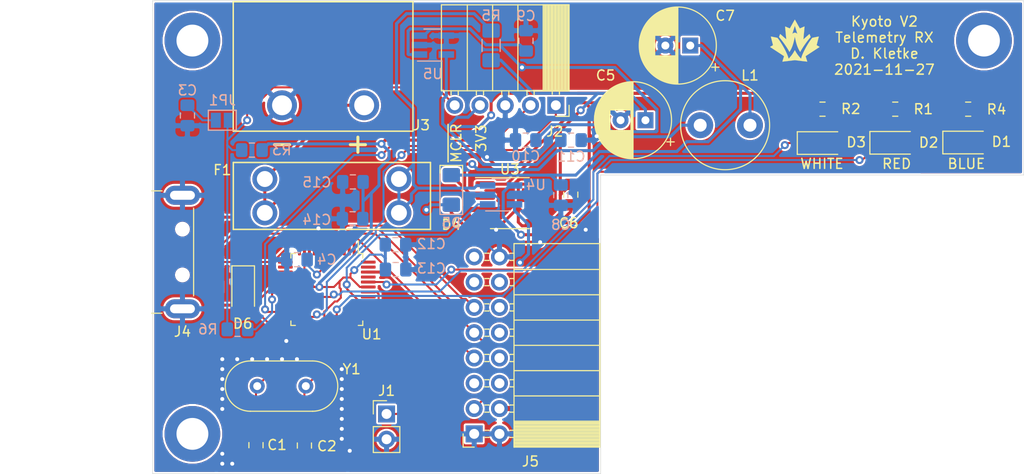
<source format=kicad_pcb>
(kicad_pcb (version 20171130) (host pcbnew "(5.1.2)-1")
  (layers (0 F.Cu signal) (31 B.Cu signal) (34 B.Paste user hide) (35 F.Paste user hide) (36 B.SilkS user) (37 F.SilkS user) (38 B.Mask user) (39 F.Mask user) (44 Edge.Cuts user))
  (net 0 "")
  (net 1 GND)
  (net 2 +3V3)
  (net 3 +5V)
  (net 4 "Net-(D1-Pad2)")
  (net 5 "Net-(D1-Pad1)")
  (net 6 "Net-(D2-Pad2)")
  (net 7 "Net-(D2-Pad1)")
  (net 8 "Net-(D3-Pad2)")
  (net 9 "Net-(D3-Pad1)")
  (net 10 /~MCLR)
  (net 11 /ICSPDAT)
  (net 12 /USB_D+)
  (net 13 /USB_D-)
  (net 14 /ICSPCLK)
  (net 15 /OSC1)
  (net 16 /OSC2)
  (net 17 "Net-(C3-Pad1)")
  (net 18 "Net-(C4-Pad1)")
  (net 19 +12V)
  (net 20 "Net-(C7-Pad1)")
  (net 21 "Net-(D4-Pad1)")
  (net 22 "Net-(D6-Pad2)")
  (net 23 "Net-(F1-Pad2)")
  (net 24 "Net-(F1-Pad1)")
  (net 25 /radio.sch/TX)
  (net 26 "Net-(J5-Pad15)")
  (net 27 "Net-(J5-Pad14)")
  (net 28 "Net-(J5-Pad13)")
  (net 29 "Net-(J5-Pad12)")
  (net 30 /radio.sch/~RTS)
  (net 31 "Net-(J5-Pad10)")
  (net 32 "Net-(J5-Pad8)")
  (net 33 /radio.sch/RX)
  (net 34 "Net-(J5-Pad6)")
  (net 35 "Net-(J5-Pad5)")
  (net 36 /radio.sch/~CTS)
  (net 37 "Net-(R6-Pad2)")
  (net 38 "Net-(U1-Pad48)")
  (net 39 "Net-(U1-Pad47)")
  (net 40 "Net-(U1-Pad45)")
  (net 41 "Net-(U1-Pad41)")
  (net 42 /power/CURR_BATT)
  (net 43 "Net-(U1-Pad39)")
  (net 44 "Net-(U1-Pad38)")
  (net 45 "Net-(U1-Pad37)")
  (net 46 "Net-(U1-Pad36)")
  (net 47 "Net-(U1-Pad35)")
  (net 48 "Net-(U1-Pad29)")
  (net 49 "Net-(U1-Pad28)")
  (net 50 "Net-(U1-Pad27)")
  (net 51 "Net-(U1-Pad26)")
  (net 52 "Net-(U1-Pad25)")
  (net 53 "Net-(U1-Pad22)")
  (net 54 "Net-(U1-Pad21)")
  (net 55 "Net-(U1-Pad16)")
  (net 56 "Net-(U1-Pad15)")
  (net 57 "Net-(U1-Pad14)")
  (net 58 "Net-(U1-Pad13)")
  (net 59 "Net-(U1-Pad12)")
  (net 60 "Net-(U1-Pad8)")
  (net 61 "Net-(U1-Pad1)")
  (module Connector_PinSocket_2.54mm:PinSocket_2x08_P2.54mm_Horizontal (layer F.Cu) (at 121.3 112.5 180)
    (fp_text reference J5 (at -5.65 -2.77) (layer F.SilkS))
    (fp_text value "RFD900x RADIO MODEM CONN")
    (pad 1 thru_hole rect (at 0 0 180) (size 1.7 1.7) (drill 1) (layers *.Cu *.Mask) (net 1 GND))
    (pad 2 thru_hole oval (at -2.54 0 180) (size 1.7 1.7) (drill 1) (layers *.Cu *.Mask) (net 1 GND))
    (pad 3 thru_hole oval (at 0 2.54 180) (size 1.7 1.7) (drill 1) (layers *.Cu *.Mask) (net 36 /radio.sch/~CTS))
    (pad 4 thru_hole oval (at -2.54 2.54 180) (size 1.7 1.7) (drill 1) (layers *.Cu *.Mask) (net 3 +5V))
    (pad 5 thru_hole oval (at 0 5.08 180) (size 1.7 1.7) (drill 1) (layers *.Cu *.Mask) (net 35 "Net-(J5-Pad5)"))
    (pad 6 thru_hole oval (at -2.54 5.08 180) (size 1.7 1.7) (drill 1) (layers *.Cu *.Mask) (net 34 "Net-(J5-Pad6)"))
    (pad 7 thru_hole oval (at 0 7.62 180) (size 1.7 1.7) (drill 1) (layers *.Cu *.Mask) (net 33 /radio.sch/RX))
    (pad 8 thru_hole oval (at -2.54 7.62 180) (size 1.7 1.7) (drill 1) (layers *.Cu *.Mask) (net 32 "Net-(J5-Pad8)"))
    (pad 9 thru_hole oval (at 0 10.16 180) (size 1.7 1.7) (drill 1) (layers *.Cu *.Mask) (net 25 /radio.sch/TX))
    (pad 10 thru_hole oval (at -2.54 10.16 180) (size 1.7 1.7) (drill 1) (layers *.Cu *.Mask) (net 31 "Net-(J5-Pad10)"))
    (pad 11 thru_hole oval (at 0 12.7 180) (size 1.7 1.7) (drill 1) (layers *.Cu *.Mask) (net 30 /radio.sch/~RTS))
    (pad 12 thru_hole oval (at -2.54 12.7 180) (size 1.7 1.7) (drill 1) (layers *.Cu *.Mask) (net 29 "Net-(J5-Pad12)"))
    (pad 13 thru_hole oval (at 0 15.24 180) (size 1.7 1.7) (drill 1) (layers *.Cu *.Mask) (net 28 "Net-(J5-Pad13)"))
    (pad 14 thru_hole oval (at -2.54 15.24 180) (size 1.7 1.7) (drill 1) (layers *.Cu *.Mask) (net 27 "Net-(J5-Pad14)"))
    (pad 15 thru_hole oval (at 0 17.78 180) (size 1.7 1.7) (drill 1) (layers *.Cu *.Mask) (net 26 "Net-(J5-Pad15)"))
    (pad 16 thru_hole oval (at -2.54 17.78 180) (size 1.7 1.7) (drill 1) (layers *.Cu *.Mask) (net 1 GND))
  )
  (module canhw_footprints:TQFP-48_7x7mm_P0.5mm (layer F.Cu) (at 106.5 98 270)
    (fp_text reference U1 (at 4.5 -4.5 180) (layer F.SilkS))
    (fp_text value PIC24FJ64GU205)
    (pad 1 smd roundrect (at -4.1625 -2.75 270) (size 1.475 0.3) (layers F.Cu F.Paste F.Mask) (net 61 "Net-(U1-Pad1)"))
    (pad 2 smd roundrect (at -4.1625 -2.25 270) (size 1.475 0.3) (layers F.Cu F.Paste F.Mask) (net 33 /radio.sch/RX))
    (pad 3 smd roundrect (at -4.1625 -1.75 270) (size 1.475 0.3) (layers F.Cu F.Paste F.Mask) (net 25 /radio.sch/TX))
    (pad 4 smd roundrect (at -4.1625 -1.25 270) (size 1.475 0.3) (layers F.Cu F.Paste F.Mask) (net 36 /radio.sch/~CTS))
    (pad 5 smd roundrect (at -4.1625 -0.75 270) (size 1.475 0.3) (layers F.Cu F.Paste F.Mask) (net 30 /radio.sch/~RTS))
    (pad 6 smd roundrect (at -4.1625 -0.25 270) (size 1.475 0.3) (layers F.Cu F.Paste F.Mask) (net 1 GND))
    (pad 7 smd roundrect (at -4.1625 0.25 270) (size 1.475 0.3) (layers F.Cu F.Paste F.Mask) (net 18 "Net-(C4-Pad1)"))
    (pad 8 smd roundrect (at -4.1625 0.75 270) (size 1.475 0.3) (layers F.Cu F.Paste F.Mask) (net 60 "Net-(U1-Pad8)"))
    (pad 9 smd roundrect (at -4.1625 1.25 270) (size 1.475 0.3) (layers F.Cu F.Paste F.Mask) (net 12 /USB_D+))
    (pad 10 smd roundrect (at -4.1625 1.75 270) (size 1.475 0.3) (layers F.Cu F.Paste F.Mask) (net 13 /USB_D-))
    (pad 11 smd roundrect (at -4.1625 2.25 270) (size 1.475 0.3) (layers F.Cu F.Paste F.Mask) (net 2 +3V3))
    (pad 12 smd roundrect (at -4.1625 2.75 270) (size 1.475 0.3) (layers F.Cu F.Paste F.Mask) (net 59 "Net-(U1-Pad12)"))
    (pad 13 smd roundrect (at -2.75 4.1625 270) (size 0.3 1.475) (layers F.Cu F.Paste F.Mask) (net 58 "Net-(U1-Pad13)"))
    (pad 14 smd roundrect (at -2.25 4.1625 270) (size 0.3 1.475) (layers F.Cu F.Paste F.Mask) (net 57 "Net-(U1-Pad14)"))
    (pad 15 smd roundrect (at -1.75 4.1625 270) (size 0.3 1.475) (layers F.Cu F.Paste F.Mask) (net 56 "Net-(U1-Pad15)"))
    (pad 16 smd roundrect (at -1.25 4.1625 270) (size 0.3 1.475) (layers F.Cu F.Paste F.Mask) (net 55 "Net-(U1-Pad16)"))
    (pad 17 smd roundrect (at -0.75 4.1625 270) (size 0.3 1.475) (layers F.Cu F.Paste F.Mask) (net 1 GND))
    (pad 18 smd roundrect (at -0.25 4.1625 270) (size 0.3 1.475) (layers F.Cu F.Paste F.Mask) (net 2 +3V3))
    (pad 19 smd roundrect (at 0.25 4.1625 270) (size 0.3 1.475) (layers F.Cu F.Paste F.Mask) (net 37 "Net-(R6-Pad2)"))
    (pad 20 smd roundrect (at 0.75 4.1625 270) (size 0.3 1.475) (layers F.Cu F.Paste F.Mask) (net 9 "Net-(D3-Pad1)"))
    (pad 21 smd roundrect (at 1.25 4.1625 270) (size 0.3 1.475) (layers F.Cu F.Paste F.Mask) (net 54 "Net-(U1-Pad21)"))
    (pad 22 smd roundrect (at 1.75 4.1625 270) (size 0.3 1.475) (layers F.Cu F.Paste F.Mask) (net 53 "Net-(U1-Pad22)"))
    (pad 23 smd roundrect (at 2.25 4.1625 270) (size 0.3 1.475) (layers F.Cu F.Paste F.Mask) (net 11 /ICSPDAT))
    (pad 24 smd roundrect (at 2.75 4.1625 270) (size 0.3 1.475) (layers F.Cu F.Paste F.Mask) (net 14 /ICSPCLK))
    (pad 25 smd roundrect (at 4.1625 2.75 270) (size 1.475 0.3) (layers F.Cu F.Paste F.Mask) (net 52 "Net-(U1-Pad25)"))
    (pad 26 smd roundrect (at 4.1625 2.25 270) (size 1.475 0.3) (layers F.Cu F.Paste F.Mask) (net 51 "Net-(U1-Pad26)"))
    (pad 27 smd roundrect (at 4.1625 1.75 270) (size 1.475 0.3) (layers F.Cu F.Paste F.Mask) (net 50 "Net-(U1-Pad27)"))
    (pad 28 smd roundrect (at 4.1625 1.25 270) (size 1.475 0.3) (layers F.Cu F.Paste F.Mask) (net 49 "Net-(U1-Pad28)"))
    (pad 29 smd roundrect (at 4.1625 0.75 270) (size 1.475 0.3) (layers F.Cu F.Paste F.Mask) (net 48 "Net-(U1-Pad29)"))
    (pad 30 smd roundrect (at 4.1625 0.25 270) (size 1.475 0.3) (layers F.Cu F.Paste F.Mask) (net 2 +3V3))
    (pad 31 smd roundrect (at 4.1625 -0.25 270) (size 1.475 0.3) (layers F.Cu F.Paste F.Mask) (net 1 GND))
    (pad 32 smd roundrect (at 4.1625 -0.75 270) (size 1.475 0.3) (layers F.Cu F.Paste F.Mask) (net 7 "Net-(D2-Pad1)"))
    (pad 33 smd roundrect (at 4.1625 -1.25 270) (size 1.475 0.3) (layers F.Cu F.Paste F.Mask) (net 15 /OSC1))
    (pad 34 smd roundrect (at 4.1625 -1.75 270) (size 1.475 0.3) (layers F.Cu F.Paste F.Mask) (net 16 /OSC2))
    (pad 35 smd roundrect (at 4.1625 -2.25 270) (size 1.475 0.3) (layers F.Cu F.Paste F.Mask) (net 47 "Net-(U1-Pad35)"))
    (pad 36 smd roundrect (at 4.1625 -2.75 270) (size 1.475 0.3) (layers F.Cu F.Paste F.Mask) (net 46 "Net-(U1-Pad36)"))
    (pad 37 smd roundrect (at 2.75 -4.1625 270) (size 0.3 1.475) (layers F.Cu F.Paste F.Mask) (net 45 "Net-(U1-Pad37)"))
    (pad 38 smd roundrect (at 2.25 -4.1625 270) (size 0.3 1.475) (layers F.Cu F.Paste F.Mask) (net 44 "Net-(U1-Pad38)"))
    (pad 39 smd roundrect (at 1.75 -4.1625 270) (size 0.3 1.475) (layers F.Cu F.Paste F.Mask) (net 43 "Net-(U1-Pad39)"))
    (pad 40 smd roundrect (at 1.25 -4.1625 270) (size 0.3 1.475) (layers F.Cu F.Paste F.Mask) (net 42 /power/CURR_BATT))
    (pad 41 smd roundrect (at 0.75 -4.1625 270) (size 0.3 1.475) (layers F.Cu F.Paste F.Mask) (net 41 "Net-(U1-Pad41)"))
    (pad 42 smd roundrect (at 0.25 -4.1625 270) (size 0.3 1.475) (layers F.Cu F.Paste F.Mask) (net 1 GND))
    (pad 43 smd roundrect (at -0.25 -4.1625 270) (size 0.3 1.475) (layers F.Cu F.Paste F.Mask) (net 2 +3V3))
    (pad 44 smd roundrect (at -0.75 -4.1625 270) (size 0.3 1.475) (layers F.Cu F.Paste F.Mask) (net 5 "Net-(D1-Pad1)"))
    (pad 45 smd roundrect (at -1.25 -4.1625 270) (size 0.3 1.475) (layers F.Cu F.Paste F.Mask) (net 40 "Net-(U1-Pad45)"))
    (pad 46 smd roundrect (at -1.75 -4.1625 270) (size 0.3 1.475) (layers F.Cu F.Paste F.Mask) (net 3 +5V))
    (pad 47 smd roundrect (at -2.25 -4.1625 270) (size 0.3 1.475) (layers F.Cu F.Paste F.Mask) (net 39 "Net-(U1-Pad47)"))
    (pad 48 smd roundrect (at -2.75 -4.1625 270) (size 0.3 1.475) (layers F.Cu F.Paste F.Mask) (net 38 "Net-(U1-Pad48)"))
  )
  (module Inductor_THT:L_Radial_D8.7mm_P5.00mm_Fastron_07HCP (layer F.Cu) (at 144 81.5)
    (fp_text reference L1 (at 5 -5) (layer F.SilkS))
    (fp_text value 47uH)
    (pad 1 thru_hole circle (at 0 0) (size 2.6 2.6) (drill 1.3) (layers *.Cu *.Mask) (net 21 "Net-(D4-Pad1)"))
    (pad 2 thru_hole circle (at 5 0) (size 2.6 2.6) (drill 1.3) (layers *.Cu *.Mask) (net 20 "Net-(C7-Pad1)"))
  )
  (module MountingHole:MountingHole_3.2mm_M3_DIN965_Pad (layer F.Cu) (at 172.5 73)
    (fp_text reference REF** hide)
    (fp_text value MountingHole_3.2mm_M3_DIN965_Pad)
    (pad 1 thru_hole circle (at 0 0) (size 5.6 5.6) (drill 3.2) (layers *.Cu *.Mask))
  )
  (module MountingHole:MountingHole_3.2mm_M3_DIN965_Pad (layer F.Cu) (at 93 112.5)
    (fp_text reference REF** hide)
    (fp_text value MountingHole_3.2mm_M3_DIN965_Pad)
    (pad 1 thru_hole circle (at 0 0) (size 5.6 5.6) (drill 3.2) (layers *.Cu *.Mask))
  )
  (module MountingHole:MountingHole_3.2mm_M3_DIN965_Pad (layer F.Cu) (at 93 73)
    (fp_text reference REF** hide)
    (fp_text value MountingHole_3.2mm_M3_DIN965_Pad)
    (pad 1 thru_hole circle (at 0 0) (size 5.6 5.6) (drill 3.2) (layers *.Cu *.Mask))
  )
  (module Resistor_SMD:R_0805_2012Metric_Pad1.15x1.40mm_HandSolder (layer B.Cu) (at 98.975 84 180)
    (fp_text reference R3 (at -3 0) (layer B.SilkS) (effects (justify mirror)))
    (fp_text value 10k)
    (pad 2 smd roundrect (at 1.025 0 180) (size 1.15 1.4) (layers B.Cu B.Paste B.Mask) (roundrect_rratio 0.217391) (net 10 /~MCLR))
    (pad 1 smd roundrect (at -1.025 0 180) (size 1.15 1.4) (layers B.Cu B.Paste B.Mask) (roundrect_rratio 0.217391) (net 2 +3V3))
  )
  (module Connector_PinSocket_2.54mm:PinSocket_1x05_P2.54mm_Horizontal (layer F.Cu) (at 129.5 79.5 270)
    (fp_text reference J2 (at 2.63508 0.1102 180) (layer F.SilkS))
    (fp_text value "Programming Header")
    (pad 1 thru_hole rect (at 0 0 270) (size 1.7 1.7) (drill 1) (layers *.Cu *.Mask) (net 14 /ICSPCLK))
    (pad 2 thru_hole oval (at 0 2.54 270) (size 1.7 1.7) (drill 1) (layers *.Cu *.Mask) (net 11 /ICSPDAT))
    (pad 3 thru_hole oval (at 0 5.08 270) (size 1.7 1.7) (drill 1) (layers *.Cu *.Mask) (net 1 GND))
    (pad 4 thru_hole oval (at 0 7.62 270) (size 1.7 1.7) (drill 1) (layers *.Cu *.Mask) (net 2 +3V3))
    (pad 5 thru_hole oval (at 0 10.16 270) (size 1.7 1.7) (drill 1) (layers *.Cu *.Mask) (net 10 /~MCLR))
  )
  (module canhw_footprints:BarrierBlock_ED2945-ND (layer F.Cu) (at 102 79.5)
    (fp_text reference J3 (at 14 2) (layer F.SilkS))
    (fp_text value "Battery In")
    (fp_text user + (at 7.62 3.81) (layer F.SilkS) (effects (font (size 2 2) (thickness 0.3))))
    (fp_text user - (at 0 3.81) (layer F.SilkS) (effects (font (size 2 2) (thickness 0.3))))
    (pad 1 thru_hole circle (at 0 0) (size 3 3) (drill 2) (layers *.Cu *.Mask) (net 1 GND))
    (pad 2 thru_hole circle (at 8.25 0) (size 3 3) (drill 2) (layers *.Cu *.Mask) (net 23 "Net-(F1-Pad2)"))
  )
  (module Jumper:SolderJumper-2_P1.3mm_Open_Pad1.0x1.5mm (layer B.Cu) (at 96 81)
    (fp_text reference JP1 (at 0 -2) (layer B.SilkS) (effects (justify mirror)))
    (fp_text value Jumper_2_Open)
    (pad 1 smd rect (at -0.65 0) (size 1 1.5) (layers B.Cu B.Mask) (net 17 "Net-(C3-Pad1)"))
    (pad 2 smd rect (at 0.65 0) (size 1 1.5) (layers B.Cu B.Mask) (net 10 /~MCLR))
  )
  (module Crystal:Crystal_HC49-U_Vertical (layer F.Cu) (at 99.5089 107.70328)
    (fp_text reference Y1 (at 9.4911 -1.70328) (layer F.SilkS))
    (fp_text value Crystal)
    (pad 1 thru_hole circle (at 0 0) (size 1.5 1.5) (drill 0.8) (layers *.Cu *.Mask) (net 15 /OSC1))
    (pad 2 thru_hole circle (at 4.88 0) (size 1.5 1.5) (drill 0.8) (layers *.Cu *.Mask) (net 16 /OSC2))
  )
  (module Package_TO_SOT_SMD:SOT-23-5_HandSoldering (layer B.Cu) (at 117.15 73.45)
    (fp_text reference U5 (at 0 2.9) (layer B.SilkS) (effects (justify mirror)))
    (fp_text value TLV70233QDBVRQ1)
    (pad 1 smd rect (at -1.35 0.95) (size 1.56 0.65) (layers B.Cu B.Paste B.Mask) (net 3 +5V))
    (pad 2 smd rect (at -1.35 0) (size 1.56 0.65) (layers B.Cu B.Paste B.Mask) (net 1 GND))
    (pad 3 smd rect (at -1.35 -0.95) (size 1.56 0.65) (layers B.Cu B.Paste B.Mask) (net 3 +5V))
    (pad 4 smd rect (at 1.35 -0.95) (size 1.56 0.65) (layers B.Cu B.Paste B.Mask) (net 1 GND))
    (pad 5 smd rect (at 1.35 0.95) (size 1.56 0.65) (layers B.Cu B.Paste B.Mask) (net 2 +3V3))
  )
  (module Package_TO_SOT_SMD:SOT-23-5_HandSoldering (layer B.Cu) (at 124 88.5)
    (fp_text reference U4 (at 3.5 -1) (layer B.SilkS) (effects (justify mirror)))
    (fp_text value INA180)
    (pad 1 smd rect (at -1.35 0.95) (size 1.56 0.65) (layers B.Cu B.Paste B.Mask) (net 42 /power/CURR_BATT))
    (pad 2 smd rect (at -1.35 0) (size 1.56 0.65) (layers B.Cu B.Paste B.Mask) (net 1 GND))
    (pad 3 smd rect (at -1.35 -0.95) (size 1.56 0.65) (layers B.Cu B.Paste B.Mask) (net 24 "Net-(F1-Pad1)"))
    (pad 4 smd rect (at 1.35 -0.95) (size 1.56 0.65) (layers B.Cu B.Paste B.Mask) (net 19 +12V))
    (pad 5 smd rect (at 1.35 0.95) (size 1.56 0.65) (layers B.Cu B.Paste B.Mask) (net 3 +5V))
  )
  (module Package_SO:SOIC-8_3.9x4.9mm_P1.27mm (layer F.Cu) (at 124.88138 89.32672)
    (fp_text reference U3 (at 0 -3.4) (layer F.SilkS))
    (fp_text value AP1509)
    (pad 1 smd roundrect (at -2.475 -1.905) (size 1.95 0.6) (layers F.Cu F.Paste F.Mask) (net 19 +12V))
    (pad 2 smd roundrect (at -2.475 -0.635) (size 1.95 0.6) (layers F.Cu F.Paste F.Mask) (net 21 "Net-(D4-Pad1)"))
    (pad 3 smd roundrect (at -2.475 0.635) (size 1.95 0.6) (layers F.Cu F.Paste F.Mask) (net 3 +5V))
    (pad 4 smd roundrect (at -2.475 1.905) (size 1.95 0.6) (layers F.Cu F.Paste F.Mask) (net 1 GND))
    (pad 5 smd roundrect (at 2.475 1.905) (size 1.95 0.6) (layers F.Cu F.Paste F.Mask) (net 1 GND))
    (pad 6 smd roundrect (at 2.475 0.635) (size 1.95 0.6) (layers F.Cu F.Paste F.Mask) (net 1 GND))
    (pad 7 smd roundrect (at 2.475 -0.635) (size 1.95 0.6) (layers F.Cu F.Paste F.Mask) (net 1 GND))
    (pad 8 smd roundrect (at 2.475 -1.905) (size 1.95 0.6) (layers F.Cu F.Paste F.Mask) (net 1 GND))
  )
  (module Resistor_SMD:R_0805_2012Metric_Pad1.15x1.40mm_HandSolder (layer B.Cu) (at 97.525 102)
    (fp_text reference R6 (at -2.975 0) (layer B.SilkS) (effects (justify mirror)))
    (fp_text value 100R)
    (pad 1 smd roundrect (at -1.025 0) (size 1.15 1.4) (layers B.Cu B.Paste B.Mask) (roundrect_rratio 0.217391) (net 10 /~MCLR))
    (pad 2 smd roundrect (at 1.025 0) (size 1.15 1.4) (layers B.Cu B.Paste B.Mask) (roundrect_rratio 0.217391) (net 37 "Net-(R6-Pad2)"))
  )
  (module Resistor_SMD:R_1206_3216Metric_Pad1.42x1.75mm_HandSolder (layer B.Cu) (at 123 73.4875 90)
    (fp_text reference R5 (at 3 0 180) (layer B.SilkS) (effects (justify mirror)))
    (fp_text value R_sense)
    (pad 1 smd roundrect (at -1.4875 0 90) (size 1.425 1.75) (layers B.Cu B.Paste B.Mask) (roundrect_rratio 0.175439) (net 19 +12V))
    (pad 2 smd roundrect (at 1.4875 0 90) (size 1.425 1.75) (layers B.Cu B.Paste B.Mask) (roundrect_rratio 0.175439) (net 24 "Net-(F1-Pad1)"))
  )
  (module Connector_USB:USB_A_CNCTech_1001-011-01101_Horizontal (layer F.Cu) (at 85.10016 94.23908 180)
    (fp_text reference J4 (at -6.9 -8) (layer F.SilkS))
    (fp_text value USB_A)
    (pad 2 smd rect (at -9.65 -1 180) (size 2.5 1.1) (layers F.Cu F.Paste F.Mask) (net 13 /USB_D-))
    (pad 3 smd rect (at -9.65 1 180) (size 2.5 1.1) (layers F.Cu F.Paste F.Mask) (net 12 /USB_D+))
    (pad 1 smd rect (at -9.65 -3.5 180) (size 2.5 1.1) (layers F.Cu F.Paste F.Mask) (net 22 "Net-(D6-Pad2)"))
    (pad 4 smd rect (at -9.65 3.5 180) (size 2.5 1.1) (layers F.Cu F.Paste F.Mask) (net 1 GND))
    (pad 5 thru_hole oval (at -6.9 -5.7 180) (size 3.5 1.9) (drill oval 2.5 0.9) (layers *.Cu *.Mask) (net 1 GND))
    (pad 5 thru_hole oval (at -6.9 5.7 180) (size 3.5 1.9) (drill oval 2.5 0.9) (layers *.Cu *.Mask) (net 1 GND))
    (pad "" np_thru_hole circle (at -6.9 -2.3 180) (size 1.1 1.1) (drill 1.1) (layers *.Cu *.Mask))
    (pad "" np_thru_hole circle (at -6.9 2.3 180) (size 1.1 1.1) (drill 1.1) (layers *.Cu *.Mask))
  )
  (module Connector_PinHeader_2.54mm:PinHeader_1x02_P2.54mm_Vertical (layer F.Cu) (at 112.5 110.5)
    (fp_text reference J1 (at 0 -2.33) (layer F.SilkS))
    (fp_text value "Bootload Short")
    (pad 1 thru_hole rect (at 0 0) (size 1.7 1.7) (drill 1) (layers *.Cu *.Mask) (net 25 /radio.sch/TX))
    (pad 2 thru_hole oval (at 0 2.54) (size 1.7 1.7) (drill 1) (layers *.Cu *.Mask) (net 1 GND))
  )
  (module canhw_footprints:Fuseholder_36-3557-15-ND (layer F.Cu) (at 107.0088 88.60396)
    (fp_text reference F1 (at -11.0088 -2.60396) (layer F.SilkS))
    (fp_text value "F4989-ND, 36-3557-2-ND")
    (pad 1 thru_hole circle (at 6.735 1.7) (size 2.5 2.5) (drill 1.6) (layers *.Cu *.Mask) (net 24 "Net-(F1-Pad1)"))
    (pad 1 thru_hole circle (at 6.735 -1.7) (size 2.5 2.5) (drill 1.6) (layers *.Cu *.Mask) (net 24 "Net-(F1-Pad1)"))
    (pad 2 thru_hole circle (at -6.735 -1.7) (size 2.5 2.5) (drill 1.6) (layers *.Cu *.Mask) (net 23 "Net-(F1-Pad2)"))
    (pad 2 thru_hole circle (at -6.735 1.7) (size 2.5 2.5) (drill 1.6) (layers *.Cu *.Mask) (net 23 "Net-(F1-Pad2)"))
  )
  (module Diode_SMD:D_1206_3216Metric_Pad1.42x1.75mm_HandSolder (layer F.Cu) (at 98.1 98.0875 270)
    (fp_text reference D6 (at 3.33756 0.04572 180) (layer F.SilkS))
    (fp_text value SD1206S040S2R0)
    (pad 1 smd roundrect (at -1.4875 0 270) (size 1.425 1.75) (layers F.Cu F.Paste F.Mask) (roundrect_rratio 0.175439) (net 3 +5V))
    (pad 2 smd roundrect (at 1.4875 0 270) (size 1.425 1.75) (layers F.Cu F.Paste F.Mask) (roundrect_rratio 0.175439) (net 22 "Net-(D6-Pad2)"))
  )
  (module Diode_SMD:D_1206_3216Metric_Pad1.42x1.75mm_HandSolder (layer B.Cu) (at 119 88 90)
    (fp_text reference D5 (at -3.32338 0 180) (layer B.SilkS) (effects (justify mirror)))
    (fp_text value SD1206S040S2R0)
    (pad 2 smd roundrect (at 1.4875 0 90) (size 1.425 1.75) (layers B.Cu B.Paste B.Mask) (roundrect_rratio 0.175439) (net 20 "Net-(C7-Pad1)"))
    (pad 1 smd roundrect (at -1.4875 0 90) (size 1.425 1.75) (layers B.Cu B.Paste B.Mask) (roundrect_rratio 0.175439) (net 3 +5V))
  )
  (module Diode_SMD:D_1206_3216Metric_Pad1.42x1.75mm_HandSolder (layer F.Cu) (at 119 88 270)
    (fp_text reference D4 (at 3.5 0 180) (layer F.SilkS))
    (fp_text value SD1206S040S2R0)
    (pad 1 smd roundrect (at -1.4875 0 270) (size 1.425 1.75) (layers F.Cu F.Paste F.Mask) (roundrect_rratio 0.175439) (net 21 "Net-(D4-Pad1)"))
    (pad 2 smd roundrect (at 1.4875 0 270) (size 1.425 1.75) (layers F.Cu F.Paste F.Mask) (roundrect_rratio 0.175439) (net 1 GND))
  )
  (module Capacitor_SMD:C_0805_2012Metric_Pad1.15x1.40mm_HandSolder (layer B.Cu) (at 109.11568 87.19764 180)
    (fp_text reference C15 (at 3.61568 -0.04064) (layer B.SilkS) (effects (justify mirror)))
    (fp_text value 0.1uF)
    (pad 1 smd roundrect (at -1.025 0 180) (size 1.15 1.4) (layers B.Cu B.Paste B.Mask) (roundrect_rratio 0.217391) (net 2 +3V3))
    (pad 2 smd roundrect (at 1.025 0 180) (size 1.15 1.4) (layers B.Cu B.Paste B.Mask) (roundrect_rratio 0.217391) (net 1 GND))
  )
  (module Capacitor_SMD:C_0805_2012Metric_Pad1.15x1.40mm_HandSolder (layer B.Cu) (at 109.08912 90.89588 180)
    (fp_text reference C14 (at 3.58912 -0.10412) (layer B.SilkS) (effects (justify mirror)))
    (fp_text value 0.1uF)
    (pad 1 smd roundrect (at -1.025 0 180) (size 1.15 1.4) (layers B.Cu B.Paste B.Mask) (roundrect_rratio 0.217391) (net 2 +3V3))
    (pad 2 smd roundrect (at 1.025 0 180) (size 1.15 1.4) (layers B.Cu B.Paste B.Mask) (roundrect_rratio 0.217391) (net 1 GND))
  )
  (module Capacitor_SMD:C_0805_2012Metric_Pad1.15x1.40mm_HandSolder (layer B.Cu) (at 113.41088 96)
    (fp_text reference C13 (at 3.58912 -0.11684) (layer B.SilkS) (effects (justify mirror)))
    (fp_text value 0.1uF)
    (pad 2 smd roundrect (at 1.025 0) (size 1.15 1.4) (layers B.Cu B.Paste B.Mask) (roundrect_rratio 0.217391) (net 1 GND))
    (pad 1 smd roundrect (at -1.025 0) (size 1.15 1.4) (layers B.Cu B.Paste B.Mask) (roundrect_rratio 0.217391) (net 2 +3V3))
  )
  (module Capacitor_SMD:C_0805_2012Metric_Pad1.15x1.40mm_HandSolder (layer B.Cu) (at 113.3978 93.5)
    (fp_text reference C12 (at 3.6022 -0.07436) (layer B.SilkS) (effects (justify mirror)))
    (fp_text value 0.1uF)
    (pad 2 smd roundrect (at 1.025 0) (size 1.15 1.4) (layers B.Cu B.Paste B.Mask) (roundrect_rratio 0.217391) (net 1 GND))
    (pad 1 smd roundrect (at -1.025 0) (size 1.15 1.4) (layers B.Cu B.Paste B.Mask) (roundrect_rratio 0.217391) (net 2 +3V3))
  )
  (module Capacitor_SMD:C_0805_2012Metric_Pad1.15x1.40mm_HandSolder (layer B.Cu) (at 131.025 83)
    (fp_text reference C11 (at 0 1.65) (layer B.SilkS) (effects (justify mirror)))
    (fp_text value 1uF)
    (pad 2 smd roundrect (at 1.025 0) (size 1.15 1.4) (layers B.Cu B.Paste B.Mask) (roundrect_rratio 0.217391) (net 1 GND))
    (pad 1 smd roundrect (at -1.025 0) (size 1.15 1.4) (layers B.Cu B.Paste B.Mask) (roundrect_rratio 0.217391) (net 2 +3V3))
  )
  (module Capacitor_SMD:C_0805_2012Metric_Pad1.15x1.40mm_HandSolder (layer B.Cu) (at 126.475 83 180)
    (fp_text reference C10 (at 0 -1.6166) (layer B.SilkS) (effects (justify mirror)))
    (fp_text value 1uF)
    (pad 1 smd roundrect (at -1.025 0 180) (size 1.15 1.4) (layers B.Cu B.Paste B.Mask) (roundrect_rratio 0.217391) (net 3 +5V))
    (pad 2 smd roundrect (at 1.025 0 180) (size 1.15 1.4) (layers B.Cu B.Paste B.Mask) (roundrect_rratio 0.217391) (net 1 GND))
  )
  (module Capacitor_SMD:C_0805_2012Metric_Pad1.15x1.40mm_HandSolder (layer B.Cu) (at 126.5 73.025 270)
    (fp_text reference C9 (at -2.5 0 180) (layer B.SilkS) (effects (justify mirror)))
    (fp_text value 0.1uF)
    (pad 1 smd roundrect (at -1.025 0 270) (size 1.15 1.4) (layers B.Cu B.Paste B.Mask) (roundrect_rratio 0.217391) (net 1 GND))
    (pad 2 smd roundrect (at 1.025 0 270) (size 1.15 1.4) (layers B.Cu B.Paste B.Mask) (roundrect_rratio 0.217391) (net 3 +5V))
  )
  (module Capacitor_SMD:C_0805_2012Metric_Pad1.15x1.40mm_HandSolder (layer B.Cu) (at 130 88.525 270)
    (fp_text reference C8 (at 2.975 0 180) (layer B.SilkS) (effects (justify mirror)))
    (fp_text value 0.1uF)
    (pad 2 smd roundrect (at 1.025 0 270) (size 1.15 1.4) (layers B.Cu B.Paste B.Mask) (roundrect_rratio 0.217391) (net 1 GND))
    (pad 1 smd roundrect (at -1.025 0 270) (size 1.15 1.4) (layers B.Cu B.Paste B.Mask) (roundrect_rratio 0.217391) (net 20 "Net-(C7-Pad1)"))
  )
  (module Capacitor_THT:CP_Radial_D7.5mm_P2.50mm (layer F.Cu) (at 143 73.5 180)
    (fp_text reference C7 (at -3.5 3) (layer F.SilkS))
    (fp_text value 100uF)
    (pad 1 thru_hole rect (at 0 0 180) (size 1.6 1.6) (drill 0.8) (layers *.Cu *.Mask) (net 20 "Net-(C7-Pad1)"))
    (pad 2 thru_hole circle (at 2.5 0 180) (size 1.6 1.6) (drill 0.8) (layers *.Cu *.Mask) (net 1 GND))
  )
  (module Capacitor_SMD:C_0805_2012Metric_Pad1.15x1.40mm_HandSolder (layer F.Cu) (at 131 88.475 270)
    (fp_text reference C6 (at 2.86278 0.20918 180) (layer F.SilkS))
    (fp_text value 0.1uF)
    (pad 1 smd roundrect (at -1.025 0 270) (size 1.15 1.4) (layers F.Cu F.Paste F.Mask) (roundrect_rratio 0.217391) (net 19 +12V))
    (pad 2 smd roundrect (at 1.025 0 270) (size 1.15 1.4) (layers F.Cu F.Paste F.Mask) (roundrect_rratio 0.217391) (net 1 GND))
  )
  (module Capacitor_THT:CP_Radial_D7.5mm_P2.50mm (layer F.Cu) (at 138.5 81 180)
    (fp_text reference C5 (at 4 4.5) (layer F.SilkS))
    (fp_text value 100uF)
    (pad 1 thru_hole rect (at 0 0 180) (size 1.6 1.6) (drill 0.8) (layers *.Cu *.Mask) (net 19 +12V))
    (pad 2 thru_hole circle (at 2.5 0 180) (size 1.6 1.6) (drill 0.8) (layers *.Cu *.Mask) (net 1 GND))
  )
  (module Capacitor_SMD:C_0805_2012Metric_Pad1.15x1.40mm_HandSolder (layer B.Cu) (at 103.5 95 180)
    (fp_text reference C4 (at -3 0) (layer B.SilkS) (effects (justify mirror)))
    (fp_text value 10uF)
    (pad 1 smd roundrect (at -1.025 0 180) (size 1.15 1.4) (layers B.Cu B.Paste B.Mask) (roundrect_rratio 0.217391) (net 18 "Net-(C4-Pad1)"))
    (pad 2 smd roundrect (at 1.025 0 180) (size 1.15 1.4) (layers B.Cu B.Paste B.Mask) (roundrect_rratio 0.217391) (net 1 GND))
  )
  (module Capacitor_SMD:C_0805_2012Metric_Pad1.15x1.40mm_HandSolder (layer B.Cu) (at 92.5 80.525 270)
    (fp_text reference C3 (at -2.525 0 180) (layer B.SilkS) (effects (justify mirror)))
    (fp_text value 0.1uF)
    (pad 1 smd roundrect (at -1.025 0 270) (size 1.15 1.4) (layers B.Cu B.Paste B.Mask) (roundrect_rratio 0.217391) (net 17 "Net-(C3-Pad1)"))
    (pad 2 smd roundrect (at 1.025 0 270) (size 1.15 1.4) (layers B.Cu B.Paste B.Mask) (roundrect_rratio 0.217391) (net 1 GND))
  )
  (module Capacitor_SMD:C_0805_2012Metric_Pad1.15x1.40mm_HandSolder (layer F.Cu) (at 104.24854 113.67228 90)
    (fp_text reference C2 (at -0.06096 2.25146 180) (layer F.SilkS))
    (fp_text value 27pF)
    (pad 1 smd roundrect (at -1.025 0 90) (size 1.15 1.4) (layers F.Cu F.Paste F.Mask) (roundrect_rratio 0.217391) (net 1 GND))
    (pad 2 smd roundrect (at 1.025 0 90) (size 1.15 1.4) (layers F.Cu F.Paste F.Mask) (roundrect_rratio 0.217391) (net 16 /OSC2))
  )
  (module Capacitor_SMD:C_0805_2012Metric_Pad1.15x1.40mm_HandSolder (layer F.Cu) (at 99.38444 113.63418 270)
    (fp_text reference C1 (at -0.02286 -2.11328 180) (layer F.SilkS))
    (fp_text value 27pF)
    (pad 1 smd roundrect (at -1.025 0 270) (size 1.15 1.4) (layers F.Cu F.Paste F.Mask) (roundrect_rratio 0.217391) (net 15 /OSC1))
    (pad 2 smd roundrect (at 1.025 0 270) (size 1.15 1.4) (layers F.Cu F.Paste F.Mask) (roundrect_rratio 0.217391) (net 1 GND))
  )
  (module "Team logo:Logo_SilkScreen_5mm" (layer F.Cu) (at 153.5 73)
    (fp_text reference G*** hide)
    (fp_text value LOGO hide)
  )
  (module Resistor_SMD:R_0805_2012Metric_Pad1.15x1.40mm_HandSolder (layer F.Cu) (at 170.91328 79.88842)
    (fp_text reference R4 (at 2.8448 0.0254) (layer F.SilkS))
    (fp_text value 130)
    (pad 2 smd roundrect (at 1.025 0) (size 1.15 1.4) (layers F.Cu F.Paste F.Mask) (roundrect_rratio 0.217391) (net 4 "Net-(D1-Pad2)"))
    (pad 1 smd roundrect (at -1.025 0) (size 1.15 1.4) (layers F.Cu F.Paste F.Mask) (roundrect_rratio 0.217391) (net 2 +3V3))
  )
  (module Resistor_SMD:R_0805_2012Metric_Pad1.15x1.40mm_HandSolder (layer F.Cu) (at 156.28288 79.88842)
    (fp_text reference R2 (at 2.8448 -0.0254) (layer F.SilkS))
    (fp_text value 130)
    (pad 2 smd roundrect (at 1.025 0) (size 1.15 1.4) (layers F.Cu F.Paste F.Mask) (roundrect_rratio 0.217391) (net 8 "Net-(D3-Pad2)"))
    (pad 1 smd roundrect (at -1.025 0) (size 1.15 1.4) (layers F.Cu F.Paste F.Mask) (roundrect_rratio 0.217391) (net 2 +3V3))
  )
  (module Resistor_SMD:R_0805_2012Metric_Pad1.15x1.40mm_HandSolder (layer F.Cu) (at 163.58908 79.88842)
    (fp_text reference R1 (at 2.8194 0) (layer F.SilkS))
    (fp_text value 130)
    (pad 2 smd roundrect (at 1.025 0) (size 1.15 1.4) (layers F.Cu F.Paste F.Mask) (roundrect_rratio 0.217391) (net 6 "Net-(D2-Pad2)"))
    (pad 1 smd roundrect (at -1.025 0) (size 1.15 1.4) (layers F.Cu F.Paste F.Mask) (roundrect_rratio 0.217391) (net 2 +3V3))
  )
  (module LED_SMD:LED_1206_3216Metric_Pad1.42x1.75mm_HandSolder (layer F.Cu) (at 156.21198 83.29202)
    (fp_text reference D3 (at 3.4544 -0.0762) (layer F.SilkS))
    (fp_text value LED)
    (pad 2 smd roundrect (at 1.4875 0) (size 1.425 1.75) (layers F.Cu F.Paste F.Mask) (roundrect_rratio 0.175439) (net 8 "Net-(D3-Pad2)"))
    (pad 1 smd roundrect (at -1.4875 0) (size 1.425 1.75) (layers F.Cu F.Paste F.Mask) (roundrect_rratio 0.175439) (net 9 "Net-(D3-Pad1)"))
  )
  (module LED_SMD:LED_1206_3216Metric_Pad1.42x1.75mm_HandSolder (layer F.Cu) (at 163.50178 83.26662)
    (fp_text reference D2 (at 3.4401 -0.0254) (layer F.SilkS))
    (fp_text value LED)
    (pad 2 smd roundrect (at 1.4875 0) (size 1.425 1.75) (layers F.Cu F.Paste F.Mask) (roundrect_rratio 0.175439) (net 6 "Net-(D2-Pad2)"))
    (pad 1 smd roundrect (at -1.4875 0) (size 1.425 1.75) (layers F.Cu F.Paste F.Mask) (roundrect_rratio 0.175439) (net 7 "Net-(D2-Pad1)"))
  )
  (module LED_SMD:LED_1206_3216Metric_Pad1.42x1.75mm_HandSolder (layer F.Cu) (at 170.82808 83.24122)
    (fp_text reference D1 (at 3.429 -0.0762) (layer F.SilkS))
    (fp_text value LED)
    (pad 2 smd roundrect (at 1.4875 0) (size 1.425 1.75) (layers F.Cu F.Paste F.Mask) (roundrect_rratio 0.175439) (net 4 "Net-(D1-Pad2)"))
    (pad 1 smd roundrect (at -1.4875 0) (size 1.425 1.75) (layers F.Cu F.Paste F.Mask) (roundrect_rratio 0.175439) (net 5 "Net-(D1-Pad1)"))
  )
  (gr_text "Kyoto V2\nTelemetry RX\nD. Kletke\n2021-11-27" (at 162.5 73.5) (layer F.SilkS) (effects (font (size 1 1))))
  (gr_line (start 176.5 86.5) (end 176.5 69) (layer Edge.Cuts) (width 0.05))
  (gr_line (start 161.5 69) (end 176.5 69) (layer Edge.Cuts) (width 0.05))
  (gr_line (start 134 86.5) (end 134 116.5) (layer Edge.Cuts) (width 0.05))
  (gr_line (start 134 86.5) (end 176.5 86.5) (layer Edge.Cuts) (width 0.05))
  (gr_text BLUE (at 170.73 85.38) (layer F.SilkS) (effects (font (size 1 1))))
  (gr_text RED (at 163.73 85.38) (layer F.SilkS) (effects (font (size 1 1))))
  (gr_text WHITE (at 156.23 85.38) (layer F.SilkS) (effects (font (size 1 1))))
  (gr_line (start 89 69) (end 89 70) (layer Edge.Cuts) (width 0.05))
  (gr_line (start 161.5 69) (end 89 69) (layer Edge.Cuts) (width 0.05))
  (gr_line (start 89 116.5) (end 134 116.5) (layer Edge.Cuts) (width 0.05))
  (gr_line (start 89 70) (end 89 116.5) (layer Edge.Cuts) (width 0.05))
  (gr_text 3V3 (at 122 82.8 90) (layer F.SilkS) (effects (font (size 1 1))))
  (gr_text ~MCLR (at 119.5 83.3 90) (layer F.SilkS) (effects (font (size 1 1))))
  (segment (start 126.07828 87.42172) (end 127.35638 87.42172) (width 0.3048) (layer F.Cu) (net 1))
  (segment (start 125.73172 87.76828) (end 126.07828 87.42172) (width 0.3048) (layer F.Cu) (net 1))
  (segment (start 122.77709 91.60243) (end 123.89757 91.60243) (width 0.3048) (layer F.Cu) (net 1))
  (segment (start 122.40638 91.23172) (end 122.77709 91.60243) (width 0.3048) (layer F.Cu) (net 1))
  (segment (start 125.73172 91.23172) (end 125.73172 89.76828) (width 0.3048) (layer F.Cu) (net 1))
  (segment (start 126.29587 90.33243) (end 125.73172 89.76828) (width 0.3048) (layer F.Cu) (net 1))
  (segment (start 126.98567 90.33243) (end 126.29587 90.33243) (width 0.3048) (layer F.Cu) (net 1))
  (segment (start 127.35638 89.96172) (end 126.98567 90.33243) (width 0.3048) (layer F.Cu) (net 1))
  (segment (start 126.02587 89.06243) (end 125.73172 88.76828) (width 0.3048) (layer F.Cu) (net 1))
  (segment (start 126.98567 89.06243) (end 126.02587 89.06243) (width 0.3048) (layer F.Cu) (net 1))
  (segment (start 127.35638 88.69172) (end 126.98567 89.06243) (width 0.3048) (layer F.Cu) (net 1))
  (segment (start 125.73172 89.76828) (end 125.73172 88.76828) (width 0.3048) (layer F.Cu) (net 1))
  (segment (start 125.73172 88.76828) (end 125.73172 87.76828) (width 0.3048) (layer F.Cu) (net 1))
  (segment (start 126.10243 91.60243) (end 125.73172 91.23172) (width 0.3048) (layer F.Cu) (net 1))
  (segment (start 126.98567 91.60243) (end 126.10243 91.60243) (width 0.3048) (layer F.Cu) (net 1))
  (segment (start 127.35638 91.23172) (end 126.98567 91.60243) (width 0.3048) (layer F.Cu) (net 1))
  (segment (start 119 89.4875) (end 119 90.3) (width 0.3048) (layer F.Cu) (net 1))
  (segment (start 123.5 92) (end 124.5 91) (width 0.3048) (layer F.Cu) (net 1))
  (segment (start 120.7 92) (end 123.5 92) (width 0.3048) (layer F.Cu) (net 1))
  (segment (start 123.89757 91.60243) (end 124.5 91) (width 0.3048) (layer F.Cu) (net 1))
  (segment (start 124.5 91) (end 125.73172 89.76828) (width 0.3048) (layer F.Cu) (net 1))
  (segment (start 124.752401 93.252401) (end 123.5 92) (width 0.3048) (layer F.Cu) (net 1))
  (segment (start 127.922599 93.252401) (end 127.922599 93.252401) (width 0.3048) (layer F.Cu) (net 1))
  (segment (start 131 89.5) (end 131 90.175) (width 0.3048) (layer F.Cu) (net 1))
  (segment (start 123.5 92) (end 123.5 92) (width 0.3048) (layer F.Cu) (net 1))
  (segment (start 101.5 97.25) (end 102.3375 97.25) (width 0.2032) (layer F.Cu) (net 1))
  (segment (start 99.596799 99.153201) (end 101.5 97.25) (width 0.2032) (layer F.Cu) (net 1))
  (segment (start 99.596799 100.336769) (end 99.596799 99.153201) (width 0.2032) (layer F.Cu) (net 1))
  (segment (start 102.46164 103.20161) (end 102.430015 103.169985) (width 0.2032) (layer F.Cu) (net 1))
  (segment (start 106.481 103.20161) (end 102.46164 103.20161) (width 0.2032) (layer F.Cu) (net 1))
  (segment (start 106.75 102.93261) (end 106.481 103.20161) (width 0.2032) (layer F.Cu) (net 1))
  (segment (start 106.75 102.1625) (end 106.75 102.93261) (width 0.2032) (layer F.Cu) (net 1))
  (segment (start 111.70161 98.45161) (end 111.70161 106.89839) (width 0.2032) (layer F.Cu) (net 1))
  (segment (start 110.6625 98.25) (end 111.5 98.25) (width 0.2032) (layer F.Cu) (net 1))
  (segment (start 111.5 98.25) (end 111.70161 98.45161) (width 0.2032) (layer F.Cu) (net 1))
  (segment (start 111.70161 106.89839) (end 108.8 109.8) (width 0.2032) (layer F.Cu) (net 1))
  (segment (start 108.8 109.8) (end 108.8 114.2) (width 0.2032) (layer F.Cu) (net 1))
  (segment (start 108.8 114.2) (end 107.3 115.7) (width 0.2032) (layer F.Cu) (net 1))
  (segment (start 100.42526 115.7) (end 99.38444 114.65918) (width 0.2032) (layer F.Cu) (net 1))
  (segment (start 104.57626 115.7) (end 106.7 115.7) (width 0.2032) (layer F.Cu) (net 1))
  (segment (start 104.24854 115.37228) (end 104.57626 115.7) (width 0.2032) (layer F.Cu) (net 1))
  (segment (start 104.24854 114.69728) (end 104.24854 115.37228) (width 0.2032) (layer F.Cu) (net 1))
  (segment (start 107.3 115.7) (end 106.7 115.7) (width 0.2032) (layer F.Cu) (net 1))
  (segment (start 106.7 115.7) (end 100.42526 115.7) (width 0.2032) (layer F.Cu) (net 1))
  (segment (start 108.8 114.2) (end 108.8 114.2) (width 0.2032) (layer F.Cu) (net 1))
  (via (at 108.8 114.2) (size 0.8) (drill 0.4) (layers F.Cu B.Cu) (net 1))
  (segment (start 122.990001 93.870001) (end 123.84 94.72) (width 0.2032) (layer B.Cu) (net 1))
  (segment (start 122.688399 93.568399) (end 122.990001 93.870001) (width 0.2032) (layer B.Cu) (net 1))
  (segment (start 117.542481 93.568399) (end 122.688399 93.568399) (width 0.2032) (layer B.Cu) (net 1))
  (segment (start 115.11088 96) (end 117.542481 93.568399) (width 0.2032) (layer B.Cu) (net 1))
  (segment (start 114.43588 96) (end 115.11088 96) (width 0.2032) (layer B.Cu) (net 1))
  (segment (start 122.688399 93.568399) (end 122.688399 92.811601) (width 0.2032) (layer B.Cu) (net 1))
  (segment (start 122.688399 92.811601) (end 123.5 92) (width 0.2032) (layer B.Cu) (net 1))
  (segment (start 106.75 92.78649) (end 105.819071 91.855561) (width 0.2032) (layer F.Cu) (net 1))
  (segment (start 106.75 93.8375) (end 106.75 92.78649) (width 0.2032) (layer F.Cu) (net 1))
  (via (at 122.586665 84.695189) (size 0.8) (drill 0.4) (layers F.Cu B.Cu) (net 1))
  (segment (start 125.45 83) (end 124.281854 83) (width 0.3048) (layer B.Cu) (net 1))
  (segment (start 124.281854 83) (end 122.586665 84.695189) (width 0.3048) (layer B.Cu) (net 1))
  (segment (start 134.247599 79.247599) (end 135.200001 80.200001) (width 0.3048) (layer F.Cu) (net 1))
  (segment (start 131.247599 79.638847) (end 131.638847 79.247599) (width 0.3048) (layer F.Cu) (net 1))
  (segment (start 131.247599 80.038493) (end 131.247599 79.638847) (width 0.3048) (layer F.Cu) (net 1))
  (segment (start 125.838502 85.44759) (end 131.247599 80.038493) (width 0.3048) (layer F.Cu) (net 1))
  (segment (start 123.339066 85.44759) (end 125.838502 85.44759) (width 0.3048) (layer F.Cu) (net 1))
  (segment (start 135.200001 80.200001) (end 136 81) (width 0.3048) (layer F.Cu) (net 1))
  (segment (start 122.586665 84.695189) (end 123.339066 85.44759) (width 0.3048) (layer F.Cu) (net 1))
  (segment (start 132.447599 79.247599) (end 134.247599 79.247599) (width 0.3048) (layer F.Cu) (net 1))
  (segment (start 131.638847 79.247599) (end 132.447599 79.247599) (width 0.3048) (layer F.Cu) (net 1))
  (segment (start 123.5 91.434315) (end 123.5 92) (width 0.2032) (layer B.Cu) (net 1))
  (segment (start 123.763589 91.170726) (end 123.5 91.434315) (width 0.2032) (layer B.Cu) (net 1))
  (segment (start 123.763589 88.915707) (end 123.763589 91.170726) (width 0.2032) (layer B.Cu) (net 1))
  (segment (start 123.347882 88.5) (end 123.763589 88.915707) (width 0.2032) (layer B.Cu) (net 1))
  (segment (start 122.65 88.5) (end 123.347882 88.5) (width 0.2032) (layer B.Cu) (net 1))
  (segment (start 129.0375 92.1375) (end 129.875 91.3) (width 0.3048) (layer F.Cu) (net 1))
  (segment (start 129.0375 92.1375) (end 127.922599 93.252401) (width 0.3048) (layer F.Cu) (net 1))
  (segment (start 131 90.175) (end 129.0375 92.1375) (width 0.3048) (layer F.Cu) (net 1))
  (segment (start 131.7 91.3) (end 132.85 90.15) (width 0.3048) (layer F.Cu) (net 1))
  (segment (start 129.875 91.3) (end 131.7 91.3) (width 0.3048) (layer F.Cu) (net 1))
  (segment (start 132.447599 79.247599) (end 132.85 79.65) (width 0.3048) (layer F.Cu) (net 1))
  (segment (start 127.922599 93.252401) (end 124.752401 93.252401) (width 0.3048) (layer F.Cu) (net 1))
  (via (at 127.922599 93.252401) (size 0.8) (drill 0.4) (layers F.Cu B.Cu) (net 1))
  (via (at 123.5 92) (size 0.8) (drill 0.4) (layers F.Cu B.Cu) (net 1))
  (segment (start 102.430015 103.169985) (end 99.596799 100.336769) (width 0.2032) (layer F.Cu) (net 1))
  (via (at 102.430015 103.169985) (size 0.8) (drill 0.4) (layers F.Cu B.Cu) (net 1))
  (segment (start 105.819071 91.855561) (end 105.655561 91.855561) (width 0.2032) (layer F.Cu) (net 1))
  (segment (start 119 90.3) (end 120.05 91.35) (width 0.3048) (layer F.Cu) (net 1))
  (segment (start 120.05 91.35) (end 120.7 92) (width 0.3048) (layer F.Cu) (net 1))
  (via (at 133.6 82.6) (size 0.8) (drill 0.4) (layers F.Cu B.Cu) (net 1))
  (segment (start 132.05 83) (end 133.2 83) (width 0.3048) (layer B.Cu) (net 1))
  (segment (start 133.2 83) (end 133.6 82.6) (width 0.3048) (layer B.Cu) (net 1))
  (segment (start 132.85 82.415685) (end 132.85 81.25) (width 0.3048) (layer F.Cu) (net 1))
  (segment (start 133.034315 82.6) (end 132.85 82.415685) (width 0.3048) (layer F.Cu) (net 1))
  (segment (start 133.6 82.6) (end 133.034315 82.6) (width 0.3048) (layer F.Cu) (net 1))
  (segment (start 132.85 90.15) (end 132.85 81.25) (width 0.3048) (layer F.Cu) (net 1))
  (segment (start 132.85 81.25) (end 132.85 79.65) (width 0.3048) (layer F.Cu) (net 1))
  (segment (start 105.569952 91.94117) (end 105.655561 91.855561) (width 0.3048) (layer F.Cu) (net 1))
  (segment (start 99.539456 91.94117) (end 105.569952 91.94117) (width 0.3048) (layer F.Cu) (net 1))
  (segment (start 98.337366 90.73908) (end 99.539456 91.94117) (width 0.3048) (layer F.Cu) (net 1))
  (segment (start 94.75016 90.73908) (end 98.337366 90.73908) (width 0.3048) (layer F.Cu) (net 1))
  (segment (start 105.655561 91.855561) (end 105.655561 91.855561) (width 0.2032) (layer F.Cu) (net 1))
  (via (at 105.655561 91.855561) (size 0.8) (drill 0.4) (layers F.Cu B.Cu) (net 1))
  (via (at 96 115.5) (size 0.8) (drill 0.4) (layers F.Cu B.Cu) (net 1))
  (via (at 96 105) (size 0.8) (drill 0.4) (layers F.Cu B.Cu) (net 1))
  (via (at 96 106) (size 0.8) (drill 0.4) (layers F.Cu B.Cu) (net 1))
  (via (at 96 107) (size 0.8) (drill 0.4) (layers F.Cu B.Cu) (net 1))
  (via (at 96 108) (size 0.8) (drill 0.4) (layers F.Cu B.Cu) (net 1))
  (via (at 96 109) (size 0.8) (drill 0.4) (layers F.Cu B.Cu) (net 1))
  (via (at 96 110) (size 0.8) (drill 0.4) (layers F.Cu B.Cu) (net 1))
  (via (at 108 110) (size 0.8) (drill 0.4) (layers F.Cu B.Cu) (net 1))
  (via (at 108 109) (size 0.8) (drill 0.4) (layers F.Cu B.Cu) (net 1))
  (via (at 108 108) (size 0.8) (drill 0.4) (layers F.Cu B.Cu) (net 1))
  (via (at 108 107) (size 0.8) (drill 0.4) (layers F.Cu B.Cu) (net 1))
  (via (at 108 106) (size 0.8) (drill 0.4) (layers F.Cu B.Cu) (net 1))
  (via (at 97.5 105) (size 0.8) (drill 0.4) (layers F.Cu B.Cu) (net 1))
  (via (at 99 105) (size 0.8) (drill 0.4) (layers F.Cu B.Cu) (net 1))
  (via (at 100.5 105) (size 0.8) (drill 0.4) (layers F.Cu B.Cu) (net 1))
  (via (at 102 105) (size 0.8) (drill 0.4) (layers F.Cu B.Cu) (net 1))
  (via (at 103.5 105) (size 0.8) (drill 0.4) (layers F.Cu B.Cu) (net 1))
  (via (at 96 114.5) (size 0.8) (drill 0.4) (layers F.Cu B.Cu) (net 1))
  (via (at 108 111) (size 0.8) (drill 0.4) (layers F.Cu B.Cu) (net 1))
  (via (at 108 112) (size 0.8) (drill 0.4) (layers F.Cu B.Cu) (net 1))
  (via (at 108 113) (size 0.8) (drill 0.4) (layers F.Cu B.Cu) (net 1))
  (via (at 97 115.5) (size 0.8) (drill 0.4) (layers F.Cu B.Cu) (net 1))
  (via (at 132.5 92) (size 0.8) (drill 0.4) (layers F.Cu B.Cu) (net 1))
  (segment (start 131.7 91.3) (end 131.8 91.3) (width 0.3048) (layer F.Cu) (net 1))
  (segment (start 131.8 91.3) (end 132.5 92) (width 0.3048) (layer F.Cu) (net 1))
  (segment (start 169.88828 79.08842) (end 169.097459 78.297599) (width 0.3048) (layer F.Cu) (net 2))
  (segment (start 169.88828 79.88842) (end 169.88828 79.08842) (width 0.3048) (layer F.Cu) (net 2))
  (segment (start 161.773259 78.297599) (end 160.702401 78.297599) (width 0.3048) (layer F.Cu) (net 2))
  (segment (start 162.56408 79.08842) (end 161.773259 78.297599) (width 0.3048) (layer F.Cu) (net 2))
  (segment (start 162.56408 79.88842) (end 162.56408 79.08842) (width 0.3048) (layer F.Cu) (net 2))
  (segment (start 169.097459 78.297599) (end 160.702401 78.297599) (width 0.3048) (layer F.Cu) (net 2))
  (segment (start 154.467059 78.297599) (end 153.797599 78.297599) (width 0.3048) (layer F.Cu) (net 2))
  (segment (start 155.25788 79.08842) (end 154.467059 78.297599) (width 0.3048) (layer F.Cu) (net 2))
  (segment (start 155.25788 79.88842) (end 155.25788 79.08842) (width 0.3048) (layer F.Cu) (net 2))
  (segment (start 160.702401 78.297599) (end 153.797599 78.297599) (width 0.3048) (layer F.Cu) (net 2))
  (segment (start 110.14068 90.86932) (end 110.11412 90.89588) (width 0.3048) (layer B.Cu) (net 2))
  (segment (start 112.3728 95.98692) (end 112.38588 96) (width 0.3048) (layer B.Cu) (net 2))
  (segment (start 109.825 97.75) (end 110.6625 97.75) (width 0.2032) (layer F.Cu) (net 2))
  (segment (start 108.873399 96.798399) (end 109.825 97.75) (width 0.2032) (layer F.Cu) (net 2))
  (segment (start 108.163231 96.798399) (end 108.873399 96.798399) (width 0.2032) (layer F.Cu) (net 2))
  (segment (start 104.25 96.75) (end 105.25 97.75) (width 0.2032) (layer F.Cu) (net 2))
  (segment (start 104.25 93.8375) (end 104.25 96.75) (width 0.2032) (layer F.Cu) (net 2))
  (segment (start 102.3375 97.75) (end 105.25 97.75) (width 0.2032) (layer F.Cu) (net 2))
  (via (at 109.255758 96.054158) (size 0.8) (drill 0.4) (layers F.Cu B.Cu) (net 2))
  (segment (start 108.873399 96.798399) (end 108.873399 96.436517) (width 0.2032) (layer F.Cu) (net 2))
  (segment (start 108.873399 96.436517) (end 109.255758 96.054158) (width 0.2032) (layer F.Cu) (net 2))
  (segment (start 109.255758 96.054158) (end 110.809916 94.5) (width 0.2032) (layer B.Cu) (net 2))
  (segment (start 112 94.5) (end 112.3728 94.8728) (width 0.2032) (layer B.Cu) (net 2))
  (segment (start 110.809916 94.5) (end 112 94.5) (width 0.2032) (layer B.Cu) (net 2))
  (segment (start 112.3728 93.5) (end 112.3728 94.8728) (width 0.3048) (layer B.Cu) (net 2))
  (segment (start 112.3728 94.8728) (end 112.3728 95.98692) (width 0.3048) (layer B.Cu) (net 2))
  (segment (start 129.376628 83.623372) (end 130 83) (width 0.3048) (layer B.Cu) (net 2))
  (segment (start 118.5 78.560446) (end 118.137599 78.922847) (width 0.3048) (layer B.Cu) (net 2))
  (segment (start 118.5 74.4) (end 118.5 78.560446) (width 0.3048) (layer B.Cu) (net 2))
  (segment (start 120.677599 80.702401) (end 119.572797 80.702401) (width 0.3048) (layer B.Cu) (net 2))
  (segment (start 121.88 79.5) (end 120.677599 80.702401) (width 0.3048) (layer B.Cu) (net 2))
  (segment (start 110.14068 89.35932) (end 110.14068 90.86932) (width 0.3048) (layer B.Cu) (net 2))
  (via (at 123 80.5) (size 0.8) (drill 0.4) (layers F.Cu B.Cu) (net 2))
  (segment (start 123 79.140446) (end 123 80.5) (width 0.3048) (layer F.Cu) (net 2))
  (segment (start 123.842847 78.297599) (end 123 79.140446) (width 0.3048) (layer F.Cu) (net 2))
  (segment (start 137.797599 78.297599) (end 123.842847 78.297599) (width 0.3048) (layer F.Cu) (net 2))
  (segment (start 137.797599 78.297599) (end 131.702401 78.297599) (width 0.3048) (layer F.Cu) (net 2))
  (segment (start 153.797599 78.297599) (end 137.797599 78.297599) (width 0.3048) (layer F.Cu) (net 2))
  (segment (start 121.862401 81.637599) (end 118.637599 81.637599) (width 0.3048) (layer B.Cu) (net 2))
  (segment (start 123 80.5) (end 121.862401 81.637599) (width 0.3048) (layer B.Cu) (net 2))
  (segment (start 119.572797 80.702401) (end 118.637599 81.637599) (width 0.3048) (layer B.Cu) (net 2))
  (segment (start 111.738189 87.543171) (end 110.14068 89.14068) (width 0.3048) (layer B.Cu) (net 2))
  (segment (start 111.738189 85.875365) (end 111.738189 87.543171) (width 0.3048) (layer B.Cu) (net 2))
  (segment (start 112.752401 84.861153) (end 111.738189 85.875365) (width 0.3048) (layer B.Cu) (net 2))
  (segment (start 100 84) (end 100.623372 83.376628) (width 0.3048) (layer B.Cu) (net 2))
  (segment (start 110.14068 87.19764) (end 110.14068 89.14068) (width 0.3048) (layer B.Cu) (net 2))
  (segment (start 100.623372 83.376628) (end 111.990182 83.376628) (width 0.3048) (layer B.Cu) (net 2))
  (segment (start 111.990182 83.376628) (end 112.752401 84.138847) (width 0.3048) (layer B.Cu) (net 2))
  (segment (start 112.752401 84.138847) (end 112.752401 84.861153) (width 0.3048) (layer B.Cu) (net 2))
  (via (at 111.990182 83.376628) (size 0.8) (drill 0.4) (layers F.Cu B.Cu) (net 2))
  (segment (start 112.36681 83) (end 111.990182 83.376628) (width 0.3048) (layer F.Cu) (net 2))
  (segment (start 120.5 83) (end 112.36681 83) (width 0.3048) (layer F.Cu) (net 2))
  (segment (start 123 80.5) (end 120.5 83) (width 0.3048) (layer F.Cu) (net 2))
  (segment (start 107.798399 97.163231) (end 107.880815 97.080815) (width 0.2032) (layer F.Cu) (net 2))
  (segment (start 106.25 102.1625) (end 106.25 100.21163) (width 0.2032) (layer F.Cu) (net 2))
  (segment (start 107.880815 97.080815) (end 108.163231 96.798399) (width 0.2032) (layer F.Cu) (net 2))
  (segment (start 107.903201 97.941571) (end 107.780815 97.819185) (width 0.2032) (layer F.Cu) (net 2))
  (segment (start 107.903201 98.836769) (end 107.903201 97.941571) (width 0.2032) (layer F.Cu) (net 2))
  (segment (start 107.780815 97.819185) (end 107.780815 97.180815) (width 0.2032) (layer F.Cu) (net 2))
  (segment (start 106.28837 100.21163) (end 107.298399 99.201601) (width 0.2032) (layer F.Cu) (net 2))
  (segment (start 106.25 100.21163) (end 106.28837 100.21163) (width 0.2032) (layer F.Cu) (net 2))
  (segment (start 107.298399 99.201601) (end 107.538369 99.201601) (width 0.2032) (layer F.Cu) (net 2))
  (segment (start 107.780815 97.180815) (end 107.880815 97.080815) (width 0.2032) (layer F.Cu) (net 2))
  (segment (start 107.538369 99.201601) (end 107.903201 98.836769) (width 0.2032) (layer F.Cu) (net 2))
  (segment (start 107.21163 97.75) (end 107.780815 97.180815) (width 0.2032) (layer F.Cu) (net 2))
  (segment (start 105.75 97.75) (end 107.21163 97.75) (width 0.2032) (layer F.Cu) (net 2))
  (segment (start 105.25 97.75) (end 105.75 97.75) (width 0.2032) (layer F.Cu) (net 2))
  (via (at 105.75 97.75) (size 0.8) (drill 0.4) (layers F.Cu B.Cu) (net 2))
  (segment (start 111.738189 87.543171) (end 110.962092 88.319268) (width 0.3048) (layer B.Cu) (net 2))
  (segment (start 110.962092 88.319268) (end 110.962092 92.14332) (width 0.3048) (layer B.Cu) (net 2))
  (segment (start 110.962092 92.14332) (end 105.75 97.355412) (width 0.3048) (layer B.Cu) (net 2))
  (segment (start 105.75 97.355412) (end 105.75 97.75) (width 0.3048) (layer B.Cu) (net 2))
  (segment (start 118.637599 81.859677) (end 118.637599 81.637599) (width 0.3048) (layer B.Cu) (net 2))
  (segment (start 122.225512 85.44759) (end 118.637599 81.859677) (width 0.3048) (layer B.Cu) (net 2))
  (segment (start 127.55241 85.44759) (end 122.225512 85.44759) (width 0.3048) (layer B.Cu) (net 2))
  (segment (start 130 83) (end 127.55241 85.44759) (width 0.3048) (layer B.Cu) (net 2))
  (segment (start 118.137599 81.359677) (end 118.637599 81.859677) (width 0.3048) (layer B.Cu) (net 2))
  (segment (start 118.137599 78.922847) (end 118.137599 81.359677) (width 0.3048) (layer B.Cu) (net 2))
  (segment (start 110.14068 89.14068) (end 110.14068 89.35932) (width 0.3048) (layer B.Cu) (net 2))
  (segment (start 126.752401 91.482201) (end 126.752401 94.247599) (width 0.3048) (layer B.Cu) (net 3))
  (segment (start 125.35 89.45) (end 125.35 90.0798) (width 0.3048) (layer B.Cu) (net 3))
  (segment (start 125.35 90.0798) (end 126.752401 91.482201) (width 0.3048) (layer B.Cu) (net 3))
  (via (at 116.5 90) (size 0.8) (drill 0.4) (layers F.Cu B.Cu) (net 3))
  (segment (start 119 89.4875) (end 117.0125 89.4875) (width 0.3048) (layer B.Cu) (net 3))
  (segment (start 117.0125 89.4875) (end 116.5 90) (width 0.3048) (layer B.Cu) (net 3))
  (segment (start 125.876628 73.426628) (end 126.5 74.05) (width 0.3048) (layer B.Cu) (net 3))
  (via (at 126.1 75.7) (size 0.8) (drill 0.4) (layers F.Cu B.Cu) (net 3))
  (segment (start 123.826628 73.426628) (end 126.1 75.7) (width 0.3048) (layer B.Cu) (net 3))
  (segment (start 123.726628 73.426628) (end 123.826628 73.426628) (width 0.3048) (layer B.Cu) (net 3))
  (segment (start 123.726628 73.426628) (end 125.876628 73.426628) (width 0.3048) (layer B.Cu) (net 3))
  (segment (start 123.726628 73.426628) (end 122.487188 73.426628) (width 0.3048) (layer B.Cu) (net 3))
  (segment (start 114.7152 74.4) (end 115.8 74.4) (width 0.3048) (layer B.Cu) (net 3))
  (segment (start 122.487188 73.426628) (end 120.883159 71.822599) (width 0.3048) (layer B.Cu) (net 3))
  (segment (start 114.877401 71.822599) (end 114.667599 72.032401) (width 0.3048) (layer B.Cu) (net 3))
  (segment (start 114.667599 72.032401) (end 114.667599 74.352399) (width 0.3048) (layer B.Cu) (net 3))
  (segment (start 114.667599 74.352399) (end 114.7152 74.4) (width 0.3048) (layer B.Cu) (net 3))
  (segment (start 116.932401 71.822599) (end 117.277401 71.822599) (width 0.3048) (layer B.Cu) (net 3))
  (segment (start 116.255 72.5) (end 116.932401 71.822599) (width 0.3048) (layer B.Cu) (net 3))
  (segment (start 115.8 72.5) (end 116.255 72.5) (width 0.3048) (layer B.Cu) (net 3))
  (segment (start 120.883159 71.822599) (end 117.277401 71.822599) (width 0.3048) (layer B.Cu) (net 3))
  (segment (start 117.277401 71.822599) (end 114.877401 71.822599) (width 0.3048) (layer B.Cu) (net 3))
  (via (at 125.9 95.2984) (size 0.8) (drill 0.4) (layers F.Cu B.Cu) (net 3))
  (segment (start 126.752401 94.247599) (end 126.752401 94.445999) (width 0.3048) (layer B.Cu) (net 3))
  (segment (start 126.752401 94.445999) (end 125.9 95.2984) (width 0.3048) (layer B.Cu) (net 3))
  (segment (start 139.652401 79.918079) (end 135.434322 75.7) (width 0.3048) (layer B.Cu) (net 3))
  (segment (start 139.652401 82.081921) (end 139.652401 79.918079) (width 0.3048) (layer B.Cu) (net 3))
  (segment (start 126.665685 75.7) (end 126.1 75.7) (width 0.3048) (layer B.Cu) (net 3))
  (segment (start 139.581921 82.152401) (end 139.652401 82.081921) (width 0.3048) (layer B.Cu) (net 3))
  (segment (start 135.434322 75.7) (end 126.665685 75.7) (width 0.3048) (layer B.Cu) (net 3))
  (segment (start 135.147599 82.152401) (end 139.581921 82.152401) (width 0.3048) (layer B.Cu) (net 3))
  (segment (start 134.447599 81.452401) (end 135.147599 82.152401) (width 0.3048) (layer B.Cu) (net 3))
  (segment (start 129.047599 81.452401) (end 134.447599 81.452401) (width 0.3048) (layer B.Cu) (net 3))
  (segment (start 127.5 83) (end 129.047599 81.452401) (width 0.3048) (layer B.Cu) (net 3))
  (segment (start 171.93828 82.86392) (end 172.31558 83.24122) (width 0.2032) (layer F.Cu) (net 4))
  (segment (start 171.93828 79.88842) (end 171.93828 82.86392) (width 0.2032) (layer F.Cu) (net 4))
  (segment (start 168.52808 83.24122) (end 165.59591 86.17339) (width 0.2032) (layer F.Cu) (net 5))
  (segment (start 165.59591 86.17339) (end 133.864714 86.17339) (width 0.2032) (layer F.Cu) (net 5))
  (segment (start 169.34058 83.24122) (end 168.52808 83.24122) (width 0.2032) (layer F.Cu) (net 5))
  (via (at 119 96) (size 0.8) (drill 0.4) (layers F.Cu B.Cu) (net 5))
  (segment (start 126.055098 96) (end 119 96) (width 0.2032) (layer F.Cu) (net 5))
  (via (at 112.5 97.5) (size 0.8) (drill 0.4) (layers F.Cu B.Cu) (net 5))
  (segment (start 119 96) (end 117.5 97.5) (width 0.2032) (layer B.Cu) (net 5))
  (segment (start 117.5 97.5) (end 112.5 97.5) (width 0.2032) (layer B.Cu) (net 5))
  (segment (start 112.25 97.25) (end 110.6625 97.25) (width 0.2032) (layer F.Cu) (net 5))
  (segment (start 112.5 97.5) (end 112.25 97.25) (width 0.2032) (layer F.Cu) (net 5))
  (segment (start 133.67339 86.364714) (end 133.67339 92.32661) (width 0.2032) (layer F.Cu) (net 5))
  (segment (start 133.864714 86.17339) (end 133.67339 86.364714) (width 0.2032) (layer F.Cu) (net 5))
  (segment (start 130 96) (end 126.055098 96) (width 0.2032) (layer F.Cu) (net 5))
  (segment (start 133.67339 92.32661) (end 130 96) (width 0.2032) (layer F.Cu) (net 5))
  (segment (start 164.61408 82.89142) (end 164.98928 83.26662) (width 0.2032) (layer F.Cu) (net 6))
  (segment (start 164.61408 79.88842) (end 164.61408 82.89142) (width 0.2032) (layer F.Cu) (net 6))
  (via (at 160 85) (size 0.8) (drill 0.4) (layers F.Cu B.Cu) (net 7))
  (segment (start 162.01428 83.26662) (end 160.2809 85) (width 0.2032) (layer F.Cu) (net 7))
  (segment (start 160.2809 85) (end 160 85) (width 0.2032) (layer F.Cu) (net 7))
  (via (at 107.5 100) (size 0.8) (drill 0.4) (layers F.Cu B.Cu) (net 7))
  (segment (start 107.25 101.325) (end 107.25 102.1625) (width 0.2032) (layer F.Cu) (net 7))
  (segment (start 107.25 100.815685) (end 107.25 101.325) (width 0.2032) (layer F.Cu) (net 7))
  (segment (start 107.5 100.565685) (end 107.25 100.815685) (width 0.2032) (layer F.Cu) (net 7))
  (segment (start 107.5 100) (end 107.5 100.565685) (width 0.2032) (layer F.Cu) (net 7))
  (segment (start 108.851601 98.648399) (end 107.5 100) (width 0.2032) (layer B.Cu) (net 7))
  (segment (start 124.155971 98.648399) (end 108.851601 98.648399) (width 0.2032) (layer B.Cu) (net 7))
  (segment (start 132 90.80437) (end 124.155971 98.648399) (width 0.2032) (layer B.Cu) (net 7))
  (segment (start 160 85) (end 135.038104 85) (width 0.2032) (layer B.Cu) (net 7))
  (segment (start 132 90.80437) (end 132 90.8) (width 0.2032) (layer B.Cu) (net 7))
  (segment (start 133.67339 86.364714) (end 135.038104 85) (width 0.2032) (layer B.Cu) (net 7))
  (segment (start 133.67339 89.12661) (end 133.67339 86.364714) (width 0.2032) (layer B.Cu) (net 7))
  (segment (start 132 90.8) (end 133.67339 89.12661) (width 0.2032) (layer B.Cu) (net 7))
  (segment (start 157.30788 82.90042) (end 157.69948 83.29202) (width 0.2032) (layer F.Cu) (net 8))
  (segment (start 157.30788 79.88842) (end 157.30788 82.90042) (width 0.2032) (layer F.Cu) (net 8))
  (via (at 152.5 83.5) (size 0.8) (drill 0.4) (layers F.Cu B.Cu) (net 9))
  (segment (start 154.72448 83.29202) (end 152.70798 83.29202) (width 0.2032) (layer F.Cu) (net 9))
  (segment (start 152.70798 83.29202) (end 152.5 83.5) (width 0.2032) (layer F.Cu) (net 9))
  (via (at 107.2016 98.5) (size 0.8) (drill 0.4) (layers F.Cu B.Cu) (net 9))
  (segment (start 102.3375 98.75) (end 106.9516 98.75) (width 0.2032) (layer F.Cu) (net 9))
  (segment (start 106.9516 98.75) (end 107.2016 98.5) (width 0.2032) (layer F.Cu) (net 9))
  (segment (start 151.40321 84.59679) (end 152.5 83.5) (width 0.2032) (layer B.Cu) (net 9))
  (segment (start 107.2016 98.5) (end 107.767285 98.5) (width 0.2032) (layer B.Cu) (net 9))
  (segment (start 108.065684 98.201601) (end 117.836769 98.201601) (width 0.2032) (layer B.Cu) (net 9))
  (segment (start 117.836769 98.201601) (end 119.929971 96.108399) (width 0.2032) (layer B.Cu) (net 9))
  (segment (start 134.871089 84.59679) (end 151.40321 84.59679) (width 0.2032) (layer B.Cu) (net 9))
  (segment (start 119.929971 96.108399) (end 126.125747 96.108399) (width 0.2032) (layer B.Cu) (net 9))
  (segment (start 107.767285 98.5) (end 108.065684 98.201601) (width 0.2032) (layer B.Cu) (net 9))
  (segment (start 131.517073 90.712703) (end 131.517073 90.717073) (width 0.2032) (layer B.Cu) (net 9))
  (segment (start 133.27018 88.959596) (end 131.517073 90.712703) (width 0.2032) (layer B.Cu) (net 9))
  (segment (start 133.27018 86.197699) (end 133.27018 88.959596) (width 0.2032) (layer B.Cu) (net 9))
  (segment (start 134.871089 84.59679) (end 133.27018 86.197699) (width 0.2032) (layer B.Cu) (net 9))
  (segment (start 126.125747 96.108399) (end 131.517073 90.717073) (width 0.2032) (layer B.Cu) (net 9))
  (segment (start 131.517073 90.717073) (end 131.59679 90.637356) (width 0.2032) (layer B.Cu) (net 9))
  (segment (start 96.525 81.125) (end 96.65 81) (width 0.2032) (layer B.Cu) (net 10))
  (segment (start 96.525 101.975) (end 96.5 102) (width 0.2032) (layer B.Cu) (net 10))
  (segment (start 119.34 79.5) (end 117.538399 77.698399) (width 0.2032) (layer F.Cu) (net 10))
  (segment (start 117.538399 77.698399) (end 106.467971 77.698399) (width 0.2032) (layer F.Cu) (net 10))
  (segment (start 96.525 82.525) (end 96.525 81.125) (width 0.2032) (layer B.Cu) (net 10))
  (via (at 98.5 81) (size 0.8) (drill 0.4) (layers F.Cu B.Cu) (net 10))
  (segment (start 98.5 80.33363) (end 98.5 81) (width 0.2032) (layer F.Cu) (net 10))
  (segment (start 106.467971 77.698399) (end 101.135231 77.698399) (width 0.2032) (layer F.Cu) (net 10))
  (segment (start 101.135231 77.698399) (end 98.5 80.33363) (width 0.2032) (layer F.Cu) (net 10))
  (segment (start 98.5 81) (end 96.525 82.975) (width 0.2032) (layer B.Cu) (net 10))
  (segment (start 96.525 82.975) (end 96.525 82.525) (width 0.2032) (layer B.Cu) (net 10))
  (segment (start 96.475 101.975) (end 96.5 102) (width 0.2032) (layer B.Cu) (net 10))
  (segment (start 96.525 82.975) (end 96.5 83) (width 0.2032) (layer B.Cu) (net 10))
  (segment (start 97 84) (end 96.5 83.5) (width 0.2032) (layer B.Cu) (net 10))
  (segment (start 97.95 84) (end 97 84) (width 0.2032) (layer B.Cu) (net 10))
  (segment (start 96.5 83) (end 96.5 83.5) (width 0.2032) (layer B.Cu) (net 10))
  (segment (start 96.5 83.5) (end 96.5 102) (width 0.2032) (layer B.Cu) (net 10))
  (via (at 100.2984 100) (size 0.8) (drill 0.4) (layers F.Cu B.Cu) (net 11))
  (segment (start 102.3375 100.25) (end 100.5484 100.25) (width 0.2032) (layer F.Cu) (net 11))
  (segment (start 100.5484 100.25) (end 100.2984 100) (width 0.2032) (layer F.Cu) (net 11))
  (via (at 112 84.5) (size 0.8) (drill 0.4) (layers F.Cu B.Cu) (net 11))
  (segment (start 109.233222 84.5) (end 112 84.5) (width 0.2032) (layer B.Cu) (net 11))
  (segment (start 100.2984 100) (end 100.2984 93.434822) (width 0.2032) (layer B.Cu) (net 11))
  (segment (start 100.2984 93.434822) (end 109.233222 84.5) (width 0.2032) (layer B.Cu) (net 11))
  (segment (start 126.110001 80.349999) (end 126.96 79.5) (width 0.2032) (layer F.Cu) (net 11))
  (segment (start 122.869621 83.590379) (end 126.110001 80.349999) (width 0.2032) (layer F.Cu) (net 11))
  (segment (start 112.909621 83.590379) (end 122.869621 83.590379) (width 0.2032) (layer F.Cu) (net 11))
  (segment (start 112 84.5) (end 112.909621 83.590379) (width 0.2032) (layer F.Cu) (net 11))
  (segment (start 105.25 93) (end 105.25 93.8375) (width 0.2032) (layer F.Cu) (net 12))
  (segment (start 105.25 92.929775) (end 105.25 93) (width 0.2032) (layer F.Cu) (net 12))
  (segment (start 104.715405 92.39518) (end 105.25 92.929775) (width 0.2032) (layer F.Cu) (net 12))
  (segment (start 97.04726 92.39518) (end 104.715405 92.39518) (width 0.2032) (layer F.Cu) (net 12))
  (segment (start 96.20336 93.23908) (end 97.04726 92.39518) (width 0.2032) (layer F.Cu) (net 12))
  (segment (start 94.75016 93.23908) (end 96.20336 93.23908) (width 0.2032) (layer F.Cu) (net 12))
  (segment (start 104.75 93) (end 104.75 93.8375) (width 0.2032) (layer F.Cu) (net 13))
  (segment (start 104.54839 92.79839) (end 104.75 93) (width 0.2032) (layer F.Cu) (net 13))
  (segment (start 103.519 92.79839) (end 104.54839 92.79839) (width 0.2032) (layer F.Cu) (net 13))
  (segment (start 101.07831 95.23908) (end 103.519 92.79839) (width 0.2032) (layer F.Cu) (net 13))
  (segment (start 94.75016 95.23908) (end 101.07831 95.23908) (width 0.2032) (layer F.Cu) (net 13))
  (via (at 114 84.5) (size 0.8) (drill 0.4) (layers F.Cu B.Cu) (net 14))
  (segment (start 114.506411 83.993589) (end 114 84.5) (width 0.2032) (layer F.Cu) (net 14))
  (segment (start 126.059611 83.993589) (end 114.506411 83.993589) (width 0.2032) (layer F.Cu) (net 14))
  (segment (start 129.5 79.5) (end 129.5 80.5532) (width 0.2032) (layer F.Cu) (net 14))
  (segment (start 129.5 80.5532) (end 126.059611 83.993589) (width 0.2032) (layer F.Cu) (net 14))
  (via (at 105.5 100.5) (size 0.8) (drill 0.4) (layers F.Cu B.Cu) (net 14))
  (segment (start 112.192199 86.159191) (end 112.192199 91.048729) (width 0.2032) (layer B.Cu) (net 14))
  (segment (start 112.999031 85.352359) (end 112.192199 86.159191) (width 0.2032) (layer B.Cu) (net 14))
  (segment (start 114 84.5) (end 113.147641 85.352359) (width 0.2032) (layer B.Cu) (net 14))
  (segment (start 113.147641 85.352359) (end 112.999031 85.352359) (width 0.2032) (layer B.Cu) (net 14))
  (segment (start 111.416102 92.331376) (end 110.873739 92.873739) (width 0.2032) (layer B.Cu) (net 14))
  (segment (start 111.416102 91.824826) (end 111.416102 92.331376) (width 0.2032) (layer B.Cu) (net 14))
  (segment (start 112.192199 91.048729) (end 111.416102 91.824826) (width 0.2032) (layer B.Cu) (net 14))
  (segment (start 111.01729 92.730188) (end 110.873739 92.873739) (width 0.2032) (layer B.Cu) (net 14))
  (segment (start 110.873739 92.873739) (end 106.5 97.247478) (width 0.2032) (layer B.Cu) (net 14))
  (segment (start 105.25 100.75) (end 105.5 100.5) (width 0.2032) (layer F.Cu) (net 14))
  (segment (start 102.3375 100.75) (end 105.25 100.75) (width 0.2032) (layer F.Cu) (net 14))
  (segment (start 106.5 100.065685) (end 106.5 97.247478) (width 0.2032) (layer B.Cu) (net 14))
  (segment (start 106.065685 100.5) (end 106.5 100.065685) (width 0.2032) (layer B.Cu) (net 14))
  (segment (start 105.5 100.5) (end 106.065685 100.5) (width 0.2032) (layer B.Cu) (net 14))
  (segment (start 99.38444 107.82774) (end 99.5089 107.70328) (width 0.2032) (layer F.Cu) (net 15))
  (segment (start 99.38444 112.60918) (end 99.38444 107.82774) (width 0.2032) (layer F.Cu) (net 15))
  (segment (start 100.258899 106.953281) (end 99.5089 107.70328) (width 0.2032) (layer F.Cu) (net 15))
  (segment (start 100.560501 106.651679) (end 100.258899 106.953281) (width 0.2032) (layer F.Cu) (net 15))
  (segment (start 104.098321 106.651679) (end 100.560501 106.651679) (width 0.2032) (layer F.Cu) (net 15))
  (segment (start 107.75 103) (end 104.098321 106.651679) (width 0.2032) (layer F.Cu) (net 15))
  (segment (start 107.75 102.1625) (end 107.75 103) (width 0.2032) (layer F.Cu) (net 15))
  (segment (start 104.24854 107.84364) (end 104.3889 107.70328) (width 0.2032) (layer F.Cu) (net 16))
  (segment (start 104.24854 112.64728) (end 104.24854 107.84364) (width 0.2032) (layer F.Cu) (net 16))
  (segment (start 108.25 103.84218) (end 108.25 102.1625) (width 0.2032) (layer F.Cu) (net 16))
  (segment (start 104.3889 107.70328) (end 108.25 103.84218) (width 0.2032) (layer F.Cu) (net 16))
  (segment (start 94 81) (end 95.35 81) (width 0.2032) (layer B.Cu) (net 17))
  (segment (start 92.5 79.5) (end 94 81) (width 0.2032) (layer B.Cu) (net 17))
  (via (at 105.5 96.5) (size 0.8) (drill 0.4) (layers F.Cu B.Cu) (net 18))
  (segment (start 104.525 95) (end 104.525 95.525) (width 0.2032) (layer B.Cu) (net 18))
  (segment (start 104.525 95.525) (end 105.5 96.5) (width 0.2032) (layer B.Cu) (net 18))
  (segment (start 106.25 95.75) (end 106.25 93.8375) (width 0.2032) (layer F.Cu) (net 18))
  (segment (start 105.5 96.5) (end 106.25 95.75) (width 0.2032) (layer F.Cu) (net 18))
  (segment (start 138.5 79.8952) (end 138.5 81) (width 0.3048) (layer B.Cu) (net 19))
  (segment (start 136.902399 78.297599) (end 138.5 79.8952) (width 0.3048) (layer B.Cu) (net 19))
  (segment (start 123.975 74.975) (end 127.297599 78.297599) (width 0.3048) (layer B.Cu) (net 19))
  (segment (start 123 74.975) (end 123.975 74.975) (width 0.3048) (layer B.Cu) (net 19))
  (via (at 126 92.5) (size 0.8) (drill 0.4) (layers F.Cu B.Cu) (net 19))
  (segment (start 124.217599 90.717599) (end 126 92.5) (width 0.3048) (layer B.Cu) (net 19))
  (segment (start 124.217599 88.227401) (end 124.217599 90.717599) (width 0.3048) (layer B.Cu) (net 19))
  (segment (start 125.35 87.55) (end 124.895 87.55) (width 0.3048) (layer B.Cu) (net 19))
  (segment (start 124.895 87.55) (end 124.217599 88.227401) (width 0.3048) (layer B.Cu) (net 19))
  (segment (start 130.376628 88.073372) (end 131 87.45) (width 0.3048) (layer F.Cu) (net 19))
  (segment (start 129.94759 88.50241) (end 130.376628 88.073372) (width 0.3048) (layer F.Cu) (net 19))
  (segment (start 129.94759 90.326026) (end 129.94759 88.50241) (width 0.3048) (layer F.Cu) (net 19))
  (segment (start 127.773616 92.5) (end 129.94759 90.326026) (width 0.3048) (layer F.Cu) (net 19))
  (segment (start 126 92.5) (end 127.773616 92.5) (width 0.3048) (layer F.Cu) (net 19))
  (via (at 132 80) (size 0.8) (drill 0.4) (layers F.Cu B.Cu) (net 19))
  (segment (start 129.94759 88.50241) (end 129.94759 82.05241) (width 0.3048) (layer F.Cu) (net 19))
  (segment (start 129.94759 82.05241) (end 132 80) (width 0.3048) (layer F.Cu) (net 19))
  (segment (start 133.702401 78.297599) (end 133.797599 78.297599) (width 0.3048) (layer B.Cu) (net 19))
  (segment (start 132 80) (end 133.702401 78.297599) (width 0.3048) (layer B.Cu) (net 19))
  (segment (start 127.297599 78.297599) (end 133.797599 78.297599) (width 0.3048) (layer B.Cu) (net 19))
  (segment (start 133.797599 78.297599) (end 136.902399 78.297599) (width 0.3048) (layer B.Cu) (net 19))
  (segment (start 124.57828 87.42172) (end 129.94759 82.05241) (width 0.3048) (layer F.Cu) (net 19))
  (segment (start 122.40638 87.42172) (end 124.57828 87.42172) (width 0.3048) (layer F.Cu) (net 19))
  (segment (start 144.1048 73.5) (end 143 73.5) (width 0.3048) (layer B.Cu) (net 20))
  (segment (start 149 81.5) (end 149 78.3952) (width 0.3048) (layer B.Cu) (net 20))
  (segment (start 148.0524 79.893154) (end 148.0524 77.4476) (width 0.3048) (layer B.Cu) (net 20))
  (segment (start 144.793153 83.152401) (end 148.0524 79.893154) (width 0.3048) (layer B.Cu) (net 20))
  (segment (start 149 78.3952) (end 148.0524 77.4476) (width 0.3048) (layer B.Cu) (net 20))
  (segment (start 148.0524 77.4476) (end 144.1048 73.5) (width 0.3048) (layer B.Cu) (net 20))
  (segment (start 130 87.5) (end 129.0125 86.5125) (width 0.3048) (layer B.Cu) (net 20))
  (segment (start 131.501408 86.5125) (end 128.6875 86.5125) (width 0.3048) (layer B.Cu) (net 20))
  (segment (start 133.871128 84.14278) (end 131.501408 86.5125) (width 0.3048) (layer B.Cu) (net 20))
  (segment (start 141.65722 84.14278) (end 133.871128 84.14278) (width 0.3048) (layer B.Cu) (net 20))
  (segment (start 142.647599 83.152401) (end 141.65722 84.14278) (width 0.3048) (layer B.Cu) (net 20))
  (segment (start 144.793153 83.152401) (end 142.647599 83.152401) (width 0.3048) (layer B.Cu) (net 20))
  (segment (start 128.6875 86.5125) (end 119 86.5125) (width 0.3048) (layer B.Cu) (net 20))
  (segment (start 129.0125 86.5125) (end 128.6875 86.5125) (width 0.3048) (layer B.Cu) (net 20))
  (segment (start 119.771347 87.283847) (end 119 86.5125) (width 0.3048) (layer F.Cu) (net 21))
  (segment (start 122.03567 88.32101) (end 120.80851 88.32101) (width 0.3048) (layer F.Cu) (net 21))
  (segment (start 122.40638 88.69172) (end 122.03567 88.32101) (width 0.3048) (layer F.Cu) (net 21))
  (segment (start 120.80851 88.32101) (end 120.49375 88.00625) (width 0.3048) (layer F.Cu) (net 21))
  (via (at 121.1 85.4) (size 0.8) (drill 0.4) (layers F.Cu B.Cu) (net 21))
  (segment (start 121.6524 85.9524) (end 121.1 85.4) (width 0.3048) (layer B.Cu) (net 21))
  (segment (start 127.761509 85.9524) (end 121.6524 85.9524) (width 0.3048) (layer B.Cu) (net 21))
  (segment (start 129.661498 84.05241) (end 127.761509 85.9524) (width 0.3048) (layer B.Cu) (net 21))
  (segment (start 120.34375 85.590565) (end 120.34375 87.85625) (width 0.3048) (layer F.Cu) (net 21))
  (segment (start 120.534315 85.4) (end 120.34375 85.590565) (width 0.3048) (layer F.Cu) (net 21))
  (segment (start 121.1 85.4) (end 120.534315 85.4) (width 0.3048) (layer F.Cu) (net 21))
  (segment (start 120.49375 88.00625) (end 120.34375 87.85625) (width 0.3048) (layer F.Cu) (net 21))
  (segment (start 120.34375 87.85625) (end 119.771347 87.283847) (width 0.3048) (layer F.Cu) (net 21))
  (segment (start 129.661498 84.05241) (end 133.24759 84.05241) (width 0.3048) (layer B.Cu) (net 21))
  (segment (start 142.161523 81.5) (end 144 81.5) (width 0.3048) (layer B.Cu) (net 21))
  (segment (start 141.004312 82.657211) (end 142.161523 81.5) (width 0.3048) (layer B.Cu) (net 21))
  (segment (start 134.642789 82.657211) (end 141.004312 82.657211) (width 0.3048) (layer B.Cu) (net 21))
  (segment (start 133.24759 84.05241) (end 134.642789 82.657211) (width 0.3048) (layer B.Cu) (net 21))
  (segment (start 94.75016 97.73908) (end 94.75016 98.75016) (width 0.3048) (layer F.Cu) (net 22))
  (segment (start 95.575 99.575) (end 98.1 99.575) (width 0.3048) (layer F.Cu) (net 22))
  (segment (start 94.75016 98.75016) (end 95.575 99.575) (width 0.3048) (layer F.Cu) (net 22))
  (segment (start 100.2738 88.536194) (end 100.2738 86.90396) (width 0.3048) (layer F.Cu) (net 23))
  (segment (start 100.2738 90.30396) (end 100.2738 88.536194) (width 0.3048) (layer F.Cu) (net 23))
  (segment (start 110.25 79.5) (end 107.67776 79.5) (width 0.3048) (layer F.Cu) (net 23))
  (segment (start 102.08888 88.48888) (end 100.2738 90.30396) (width 0.3048) (layer F.Cu) (net 23))
  (segment (start 102.08888 85.08888) (end 102.08888 88.48888) (width 0.3048) (layer F.Cu) (net 23))
  (segment (start 102.08888 85.08888) (end 100.2738 86.90396) (width 0.3048) (layer F.Cu) (net 23))
  (segment (start 107.67776 79.5) (end 102.08888 85.08888) (width 0.3048) (layer F.Cu) (net 23))
  (segment (start 113.7438 86.90396) (end 115.20017 85.44759) (width 0.3048) (layer B.Cu) (net 24))
  (segment (start 113.7438 88.536194) (end 113.7438 86.90396) (width 0.3048) (layer B.Cu) (net 24))
  (segment (start 113.7438 90.30396) (end 113.7438 88.536194) (width 0.3048) (layer B.Cu) (net 24))
  (segment (start 114.993799 89.053961) (end 114.993799 88.401381) (width 0.3048) (layer B.Cu) (net 24))
  (segment (start 113.7438 90.30396) (end 114.993799 89.053961) (width 0.3048) (layer B.Cu) (net 24))
  (segment (start 122.195 87.55) (end 122.65 87.55) (width 0.3048) (layer B.Cu) (net 24))
  (segment (start 121.5652 87.55) (end 122.65 87.55) (width 0.3048) (layer B.Cu) (net 24))
  (segment (start 121.292601 87.822599) (end 121.5652 87.55) (width 0.3048) (layer B.Cu) (net 24))
  (segment (start 115.572581 87.822599) (end 121.292601 87.822599) (width 0.3048) (layer B.Cu) (net 24))
  (segment (start 114.993799 88.401381) (end 115.572581 87.822599) (width 0.3048) (layer B.Cu) (net 24))
  (segment (start 115.20017 87.450188) (end 115.572581 87.822599) (width 0.3048) (layer B.Cu) (net 24))
  (segment (start 115.20017 85.44759) (end 115.20017 87.450188) (width 0.3048) (layer B.Cu) (net 24))
  (segment (start 115.20017 79.79983) (end 113.5 78.09966) (width 0.3048) (layer B.Cu) (net 24))
  (segment (start 115.20017 85.44759) (end 115.20017 79.79983) (width 0.3048) (layer B.Cu) (net 24))
  (segment (start 123 72) (end 121.3 70.3) (width 0.3048) (layer B.Cu) (net 24))
  (segment (start 121.3 70.3) (end 114.5 70.3) (width 0.3048) (layer B.Cu) (net 24))
  (segment (start 114.5 70.3) (end 113.5 71.3) (width 0.3048) (layer B.Cu) (net 24))
  (segment (start 113.5 71.3) (end 113.5 73.1) (width 0.3048) (layer B.Cu) (net 24))
  (segment (start 113.5 78.09966) (end 113.5 73.1) (width 0.3048) (layer B.Cu) (net 24))
  (segment (start 113.5 73.1) (end 113.5 73.060678) (width 0.3048) (layer B.Cu) (net 24))
  (segment (start 120.450001 101.490001) (end 121.3 102.34) (width 0.2032) (layer F.Cu) (net 25))
  (segment (start 108.851985 92.39518) (end 111.35518 92.39518) (width 0.2032) (layer F.Cu) (net 25))
  (segment (start 108.25 92.997166) (end 108.851985 92.39518) (width 0.2032) (layer F.Cu) (net 25))
  (segment (start 108.25 93.8375) (end 108.25 92.997166) (width 0.2032) (layer F.Cu) (net 25))
  (segment (start 122.149999 103.189999) (end 121.3 102.34) (width 0.2032) (layer F.Cu) (net 25))
  (segment (start 122.451601 103.491601) (end 122.149999 103.189999) (width 0.2032) (layer F.Cu) (net 25))
  (segment (start 122.451601 105.432769) (end 122.451601 103.491601) (width 0.2032) (layer F.Cu) (net 25))
  (segment (start 121.852769 106.031601) (end 122.451601 105.432769) (width 0.2032) (layer F.Cu) (net 25))
  (segment (start 118.021599 106.031601) (end 121.852769 106.031601) (width 0.2032) (layer F.Cu) (net 25))
  (segment (start 113.5532 110.5) (end 118.021599 106.031601) (width 0.2032) (layer F.Cu) (net 25))
  (segment (start 112.5 110.5) (end 113.5532 110.5) (width 0.2032) (layer F.Cu) (net 25))
  (segment (start 119.48 102.227165) (end 119.48 100.52) (width 0.2032) (layer F.Cu) (net 25))
  (segment (start 120.744436 103.491601) (end 119.48 102.227165) (width 0.2032) (layer F.Cu) (net 25))
  (segment (start 122.451601 103.491601) (end 120.744436 103.491601) (width 0.2032) (layer F.Cu) (net 25))
  (segment (start 111.35518 92.39518) (end 119.48 100.52) (width 0.2032) (layer F.Cu) (net 25))
  (segment (start 119.48 100.52) (end 120.450001 101.490001) (width 0.2032) (layer F.Cu) (net 25))
  (segment (start 120.450001 98.950001) (end 121.3 99.8) (width 0.2032) (layer F.Cu) (net 30))
  (segment (start 120.093471 98.950001) (end 120.450001 98.950001) (width 0.2032) (layer F.Cu) (net 30))
  (segment (start 112.73223 91.58876) (end 120.093471 98.950001) (width 0.2032) (layer F.Cu) (net 30))
  (segment (start 108.517955 91.58876) (end 112.73223 91.58876) (width 0.2032) (layer F.Cu) (net 30))
  (segment (start 107.25 92.856715) (end 108.517955 91.58876) (width 0.2032) (layer F.Cu) (net 30))
  (segment (start 107.25 93.8375) (end 107.25 92.856715) (width 0.2032) (layer F.Cu) (net 30))
  (segment (start 109.019 92.79839) (end 109.481 92.79839) (width 0.2032) (layer F.Cu) (net 33))
  (segment (start 108.75 93.06739) (end 109.019 92.79839) (width 0.2032) (layer F.Cu) (net 33))
  (segment (start 108.75 93.8375) (end 108.75 93.06739) (width 0.2032) (layer F.Cu) (net 33))
  (segment (start 120.450001 104.030001) (end 121.3 104.88) (width 0.2032) (layer F.Cu) (net 33))
  (segment (start 120.450001 103.767391) (end 120.450001 104.030001) (width 0.2032) (layer F.Cu) (net 33))
  (segment (start 109.481 92.79839) (end 120.450001 103.767391) (width 0.2032) (layer F.Cu) (net 33))
  (segment (start 122.149999 109.110001) (end 121.3 109.96) (width 0.2032) (layer F.Cu) (net 36))
  (segment (start 122.451601 108.808399) (end 122.149999 109.110001) (width 0.2032) (layer F.Cu) (net 36))
  (segment (start 121.852769 101.188399) (end 122.451601 101.787231) (width 0.2032) (layer F.Cu) (net 36))
  (segment (start 120.984029 101.188399) (end 121.852769 101.188399) (width 0.2032) (layer F.Cu) (net 36))
  (segment (start 111.7876 91.99197) (end 120.984029 101.188399) (width 0.2032) (layer F.Cu) (net 36))
  (segment (start 108.68497 91.99197) (end 111.7876 91.99197) (width 0.2032) (layer F.Cu) (net 36))
  (segment (start 107.75 92.926941) (end 108.68497 91.99197) (width 0.2032) (layer F.Cu) (net 36))
  (segment (start 107.75 93.8375) (end 107.75 92.926941) (width 0.2032) (layer F.Cu) (net 36))
  (segment (start 122.451601 107.104029) (end 122.451601 108.808399) (width 0.2032) (layer F.Cu) (net 36))
  (segment (start 123.524029 106.031601) (end 122.451601 107.104029) (width 0.2032) (layer F.Cu) (net 36))
  (segment (start 124.392769 106.031601) (end 123.524029 106.031601) (width 0.2032) (layer F.Cu) (net 36))
  (segment (start 124.991601 105.432769) (end 124.392769 106.031601) (width 0.2032) (layer F.Cu) (net 36))
  (segment (start 124.991601 104.327231) (end 124.991601 105.432769) (width 0.2032) (layer F.Cu) (net 36))
  (segment (start 124.392769 103.728399) (end 124.991601 104.327231) (width 0.2032) (layer F.Cu) (net 36))
  (segment (start 123.258624 103.728399) (end 124.392769 103.728399) (width 0.2032) (layer F.Cu) (net 36))
  (segment (start 122.451601 102.921376) (end 123.258624 103.728399) (width 0.2032) (layer F.Cu) (net 36))
  (segment (start 122.451601 101.787231) (end 122.451601 102.921376) (width 0.2032) (layer F.Cu) (net 36))
  (via (at 101 99) (size 0.8) (drill 0.4) (layers F.Cu B.Cu) (net 37))
  (segment (start 101 100.33677) (end 101 99) (width 0.2032) (layer B.Cu) (net 37))
  (segment (start 98.55 102) (end 99.33677 102) (width 0.2032) (layer B.Cu) (net 37))
  (segment (start 99.33677 102) (end 101 100.33677) (width 0.2032) (layer B.Cu) (net 37))
  (segment (start 101.5 98.25) (end 102.3375 98.25) (width 0.2032) (layer F.Cu) (net 37))
  (segment (start 101.184315 98.25) (end 101.5 98.25) (width 0.2032) (layer F.Cu) (net 37))
  (segment (start 101 98.434315) (end 101.184315 98.25) (width 0.2032) (layer F.Cu) (net 37))
  (segment (start 101 99) (end 101 98.434315) (width 0.2032) (layer F.Cu) (net 37))
  (segment (start 110.61411 99.20161) (end 110.6625 99.25) (width 0.2032) (layer F.Cu) (net 42))
  (via (at 108.5 97.5) (size 0.8) (drill 0.4) (layers F.Cu B.Cu) (net 42))
  (segment (start 108.5 97.925) (end 108.5 97.5) (width 0.2032) (layer F.Cu) (net 42))
  (segment (start 110.6625 99.25) (end 109.825 99.25) (width 0.2032) (layer F.Cu) (net 42))
  (segment (start 109.825 99.25) (end 108.5 97.925) (width 0.2032) (layer F.Cu) (net 42))
  (segment (start 108.5 97.5) (end 108.5 95.817702) (width 0.2032) (layer B.Cu) (net 42))
  (segment (start 108.5 95.817702) (end 111.819312 92.49839) (width 0.2032) (layer B.Cu) (net 42))
  (segment (start 121.6668 89.45) (end 122.65 89.45) (width 0.2032) (layer B.Cu) (net 42))
  (segment (start 118.61841 92.49839) (end 121.6668 89.45) (width 0.2032) (layer B.Cu) (net 42))
  (segment (start 111.819312 92.49839) (end 118.61841 92.49839) (width 0.2032) (layer B.Cu) (net 42))
  (zone (net 1) (net_name GND) (layer B.Cu) (connect_pads (clearance 0.1524)) (min_thickness 0.254) (fill yes (arc_segments 32) (thermal_gap 0.508) (thermal_bridge_width 0.508))
    (polygon (pts (xy 89 69) (xy 89 116.5) (xy 134 116.5) (xy 134 86.5) (xy 176.5 86.5) (xy 176.5 69)))
  )
  (zone (net 3) (net_name +5V) (layer F.Cu) (connect_pads (clearance 0.1524)) (min_thickness 0.254) (fill yes (arc_segments 32) (thermal_gap 0.508) (thermal_bridge_width 0.508))
    (polygon (pts (xy 89 69) (xy 89 116.5) (xy 134 116.5) (xy 134 86.5) (xy 176.5 86.5) (xy 176.5 69)))
  )
  (zone (net 1) (net_name GND) (layer F.Cu) (priority 1) (connect_pads (clearance 0.1524)) (min_thickness 0.254) (fill yes (arc_segments 32) (thermal_gap 0.508) (thermal_bridge_width 0.508))
    (polygon (pts (xy 95.5 104.5) (xy 95.5 116.5) (xy 108.5 116.5) (xy 108.5 104.5)))
  )
)
</source>
